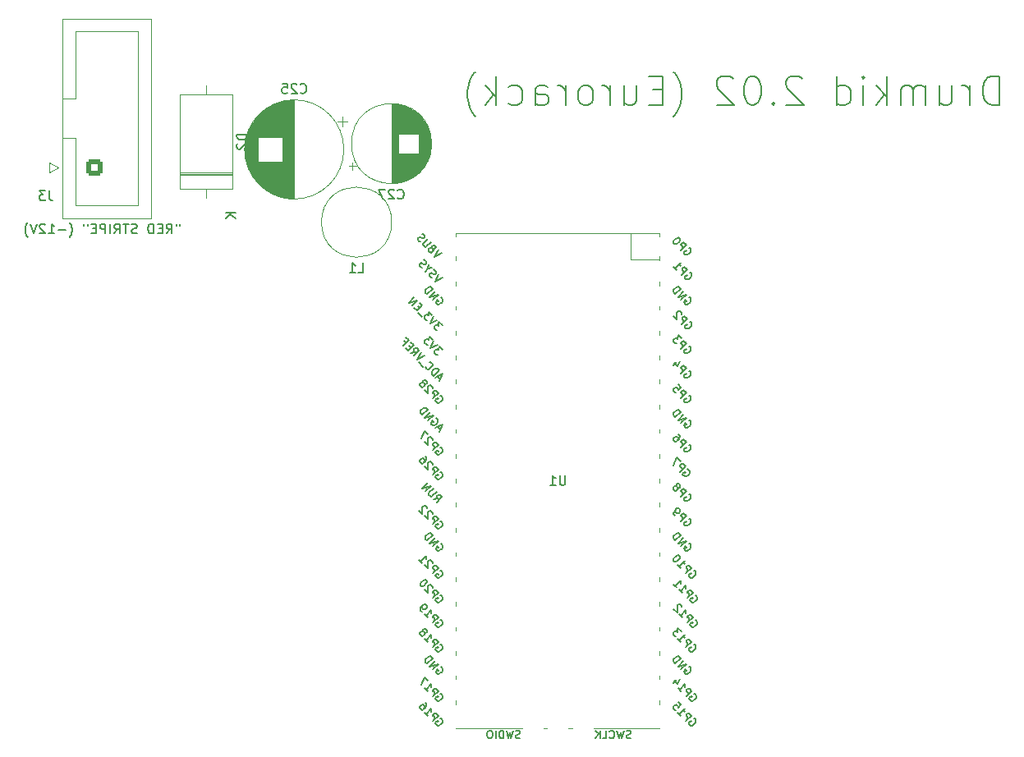
<source format=gbr>
%TF.GenerationSoftware,KiCad,Pcbnew,7.0.2*%
%TF.CreationDate,2023-08-30T16:49:00+01:00*%
%TF.ProjectId,dk2_02_bottom,646b325f-3032-45f6-926f-74746f6d2e6b,rev?*%
%TF.SameCoordinates,Original*%
%TF.FileFunction,Legend,Bot*%
%TF.FilePolarity,Positive*%
%FSLAX46Y46*%
G04 Gerber Fmt 4.6, Leading zero omitted, Abs format (unit mm)*
G04 Created by KiCad (PCBNEW 7.0.2) date 2023-08-30 16:49:00*
%MOMM*%
%LPD*%
G01*
G04 APERTURE LIST*
G04 Aperture macros list*
%AMRoundRect*
0 Rectangle with rounded corners*
0 $1 Rounding radius*
0 $2 $3 $4 $5 $6 $7 $8 $9 X,Y pos of 4 corners*
0 Add a 4 corners polygon primitive as box body*
4,1,4,$2,$3,$4,$5,$6,$7,$8,$9,$2,$3,0*
0 Add four circle primitives for the rounded corners*
1,1,$1+$1,$2,$3*
1,1,$1+$1,$4,$5*
1,1,$1+$1,$6,$7*
1,1,$1+$1,$8,$9*
0 Add four rect primitives between the rounded corners*
20,1,$1+$1,$2,$3,$4,$5,0*
20,1,$1+$1,$4,$5,$6,$7,0*
20,1,$1+$1,$6,$7,$8,$9,0*
20,1,$1+$1,$8,$9,$2,$3,0*%
G04 Aperture macros list end*
%ADD10C,0.150000*%
%ADD11C,0.120000*%
%ADD12C,3.200000*%
%ADD13R,1.700000X1.700000*%
%ADD14O,1.700000X1.700000*%
%ADD15RoundRect,0.250000X-0.600000X-0.600000X0.600000X-0.600000X0.600000X0.600000X-0.600000X0.600000X0*%
%ADD16C,1.700000*%
%ADD17C,2.600000*%
%ADD18R,1.600000X1.600000*%
%ADD19C,1.600000*%
%ADD20R,2.000000X2.000000*%
%ADD21C,2.000000*%
%ADD22R,3.200000X3.200000*%
%ADD23O,3.200000X3.200000*%
%ADD24O,1.800000X1.800000*%
%ADD25O,1.500000X1.500000*%
%ADD26R,3.500000X1.700000*%
%ADD27R,1.700000X3.500000*%
G04 APERTURE END LIST*
D10*
X103809523Y-72877619D02*
X103809523Y-73068095D01*
X103428571Y-72877619D02*
X103428571Y-73068095D01*
X102428571Y-73877619D02*
X102761904Y-73401428D01*
X102999999Y-73877619D02*
X102999999Y-72877619D01*
X102999999Y-72877619D02*
X102619047Y-72877619D01*
X102619047Y-72877619D02*
X102523809Y-72925238D01*
X102523809Y-72925238D02*
X102476190Y-72972857D01*
X102476190Y-72972857D02*
X102428571Y-73068095D01*
X102428571Y-73068095D02*
X102428571Y-73210952D01*
X102428571Y-73210952D02*
X102476190Y-73306190D01*
X102476190Y-73306190D02*
X102523809Y-73353809D01*
X102523809Y-73353809D02*
X102619047Y-73401428D01*
X102619047Y-73401428D02*
X102999999Y-73401428D01*
X101999999Y-73353809D02*
X101666666Y-73353809D01*
X101523809Y-73877619D02*
X101999999Y-73877619D01*
X101999999Y-73877619D02*
X101999999Y-72877619D01*
X101999999Y-72877619D02*
X101523809Y-72877619D01*
X101095237Y-73877619D02*
X101095237Y-72877619D01*
X101095237Y-72877619D02*
X100857142Y-72877619D01*
X100857142Y-72877619D02*
X100714285Y-72925238D01*
X100714285Y-72925238D02*
X100619047Y-73020476D01*
X100619047Y-73020476D02*
X100571428Y-73115714D01*
X100571428Y-73115714D02*
X100523809Y-73306190D01*
X100523809Y-73306190D02*
X100523809Y-73449047D01*
X100523809Y-73449047D02*
X100571428Y-73639523D01*
X100571428Y-73639523D02*
X100619047Y-73734761D01*
X100619047Y-73734761D02*
X100714285Y-73830000D01*
X100714285Y-73830000D02*
X100857142Y-73877619D01*
X100857142Y-73877619D02*
X101095237Y-73877619D01*
X99380951Y-73830000D02*
X99238094Y-73877619D01*
X99238094Y-73877619D02*
X98999999Y-73877619D01*
X98999999Y-73877619D02*
X98904761Y-73830000D01*
X98904761Y-73830000D02*
X98857142Y-73782380D01*
X98857142Y-73782380D02*
X98809523Y-73687142D01*
X98809523Y-73687142D02*
X98809523Y-73591904D01*
X98809523Y-73591904D02*
X98857142Y-73496666D01*
X98857142Y-73496666D02*
X98904761Y-73449047D01*
X98904761Y-73449047D02*
X98999999Y-73401428D01*
X98999999Y-73401428D02*
X99190475Y-73353809D01*
X99190475Y-73353809D02*
X99285713Y-73306190D01*
X99285713Y-73306190D02*
X99333332Y-73258571D01*
X99333332Y-73258571D02*
X99380951Y-73163333D01*
X99380951Y-73163333D02*
X99380951Y-73068095D01*
X99380951Y-73068095D02*
X99333332Y-72972857D01*
X99333332Y-72972857D02*
X99285713Y-72925238D01*
X99285713Y-72925238D02*
X99190475Y-72877619D01*
X99190475Y-72877619D02*
X98952380Y-72877619D01*
X98952380Y-72877619D02*
X98809523Y-72925238D01*
X98523808Y-72877619D02*
X97952380Y-72877619D01*
X98238094Y-73877619D02*
X98238094Y-72877619D01*
X97047618Y-73877619D02*
X97380951Y-73401428D01*
X97619046Y-73877619D02*
X97619046Y-72877619D01*
X97619046Y-72877619D02*
X97238094Y-72877619D01*
X97238094Y-72877619D02*
X97142856Y-72925238D01*
X97142856Y-72925238D02*
X97095237Y-72972857D01*
X97095237Y-72972857D02*
X97047618Y-73068095D01*
X97047618Y-73068095D02*
X97047618Y-73210952D01*
X97047618Y-73210952D02*
X97095237Y-73306190D01*
X97095237Y-73306190D02*
X97142856Y-73353809D01*
X97142856Y-73353809D02*
X97238094Y-73401428D01*
X97238094Y-73401428D02*
X97619046Y-73401428D01*
X96619046Y-73877619D02*
X96619046Y-72877619D01*
X96142856Y-73877619D02*
X96142856Y-72877619D01*
X96142856Y-72877619D02*
X95761904Y-72877619D01*
X95761904Y-72877619D02*
X95666666Y-72925238D01*
X95666666Y-72925238D02*
X95619047Y-72972857D01*
X95619047Y-72972857D02*
X95571428Y-73068095D01*
X95571428Y-73068095D02*
X95571428Y-73210952D01*
X95571428Y-73210952D02*
X95619047Y-73306190D01*
X95619047Y-73306190D02*
X95666666Y-73353809D01*
X95666666Y-73353809D02*
X95761904Y-73401428D01*
X95761904Y-73401428D02*
X96142856Y-73401428D01*
X95142856Y-73353809D02*
X94809523Y-73353809D01*
X94666666Y-73877619D02*
X95142856Y-73877619D01*
X95142856Y-73877619D02*
X95142856Y-72877619D01*
X95142856Y-72877619D02*
X94666666Y-72877619D01*
X94285713Y-72877619D02*
X94285713Y-73068095D01*
X93904761Y-72877619D02*
X93904761Y-73068095D01*
X92428570Y-74258571D02*
X92476189Y-74210952D01*
X92476189Y-74210952D02*
X92571427Y-74068095D01*
X92571427Y-74068095D02*
X92619046Y-73972857D01*
X92619046Y-73972857D02*
X92666665Y-73830000D01*
X92666665Y-73830000D02*
X92714284Y-73591904D01*
X92714284Y-73591904D02*
X92714284Y-73401428D01*
X92714284Y-73401428D02*
X92666665Y-73163333D01*
X92666665Y-73163333D02*
X92619046Y-73020476D01*
X92619046Y-73020476D02*
X92571427Y-72925238D01*
X92571427Y-72925238D02*
X92476189Y-72782380D01*
X92476189Y-72782380D02*
X92428570Y-72734761D01*
X92047617Y-73496666D02*
X91285713Y-73496666D01*
X90285713Y-73877619D02*
X90857141Y-73877619D01*
X90571427Y-73877619D02*
X90571427Y-72877619D01*
X90571427Y-72877619D02*
X90666665Y-73020476D01*
X90666665Y-73020476D02*
X90761903Y-73115714D01*
X90761903Y-73115714D02*
X90857141Y-73163333D01*
X89904760Y-72972857D02*
X89857141Y-72925238D01*
X89857141Y-72925238D02*
X89761903Y-72877619D01*
X89761903Y-72877619D02*
X89523808Y-72877619D01*
X89523808Y-72877619D02*
X89428570Y-72925238D01*
X89428570Y-72925238D02*
X89380951Y-72972857D01*
X89380951Y-72972857D02*
X89333332Y-73068095D01*
X89333332Y-73068095D02*
X89333332Y-73163333D01*
X89333332Y-73163333D02*
X89380951Y-73306190D01*
X89380951Y-73306190D02*
X89952379Y-73877619D01*
X89952379Y-73877619D02*
X89333332Y-73877619D01*
X89047617Y-72877619D02*
X88714284Y-73877619D01*
X88714284Y-73877619D02*
X88380951Y-72877619D01*
X88142855Y-74258571D02*
X88095236Y-74210952D01*
X88095236Y-74210952D02*
X87999998Y-74068095D01*
X87999998Y-74068095D02*
X87952379Y-73972857D01*
X87952379Y-73972857D02*
X87904760Y-73830000D01*
X87904760Y-73830000D02*
X87857141Y-73591904D01*
X87857141Y-73591904D02*
X87857141Y-73401428D01*
X87857141Y-73401428D02*
X87904760Y-73163333D01*
X87904760Y-73163333D02*
X87952379Y-73020476D01*
X87952379Y-73020476D02*
X87999998Y-72925238D01*
X87999998Y-72925238D02*
X88095236Y-72782380D01*
X88095236Y-72782380D02*
X88142855Y-72734761D01*
X188285714Y-60632857D02*
X188285714Y-57632857D01*
X188285714Y-57632857D02*
X187571428Y-57632857D01*
X187571428Y-57632857D02*
X187142857Y-57775714D01*
X187142857Y-57775714D02*
X186857142Y-58061428D01*
X186857142Y-58061428D02*
X186714285Y-58347142D01*
X186714285Y-58347142D02*
X186571428Y-58918571D01*
X186571428Y-58918571D02*
X186571428Y-59347142D01*
X186571428Y-59347142D02*
X186714285Y-59918571D01*
X186714285Y-59918571D02*
X186857142Y-60204285D01*
X186857142Y-60204285D02*
X187142857Y-60490000D01*
X187142857Y-60490000D02*
X187571428Y-60632857D01*
X187571428Y-60632857D02*
X188285714Y-60632857D01*
X185285714Y-60632857D02*
X185285714Y-58632857D01*
X185285714Y-59204285D02*
X185142857Y-58918571D01*
X185142857Y-58918571D02*
X185000000Y-58775714D01*
X185000000Y-58775714D02*
X184714285Y-58632857D01*
X184714285Y-58632857D02*
X184428571Y-58632857D01*
X182142857Y-58632857D02*
X182142857Y-60632857D01*
X183428571Y-58632857D02*
X183428571Y-60204285D01*
X183428571Y-60204285D02*
X183285714Y-60490000D01*
X183285714Y-60490000D02*
X182999999Y-60632857D01*
X182999999Y-60632857D02*
X182571428Y-60632857D01*
X182571428Y-60632857D02*
X182285714Y-60490000D01*
X182285714Y-60490000D02*
X182142857Y-60347142D01*
X180714285Y-60632857D02*
X180714285Y-58632857D01*
X180714285Y-58918571D02*
X180571428Y-58775714D01*
X180571428Y-58775714D02*
X180285713Y-58632857D01*
X180285713Y-58632857D02*
X179857142Y-58632857D01*
X179857142Y-58632857D02*
X179571428Y-58775714D01*
X179571428Y-58775714D02*
X179428571Y-59061428D01*
X179428571Y-59061428D02*
X179428571Y-60632857D01*
X179428571Y-59061428D02*
X179285713Y-58775714D01*
X179285713Y-58775714D02*
X178999999Y-58632857D01*
X178999999Y-58632857D02*
X178571428Y-58632857D01*
X178571428Y-58632857D02*
X178285713Y-58775714D01*
X178285713Y-58775714D02*
X178142856Y-59061428D01*
X178142856Y-59061428D02*
X178142856Y-60632857D01*
X176714285Y-60632857D02*
X176714285Y-57632857D01*
X176428571Y-59490000D02*
X175571428Y-60632857D01*
X175571428Y-58632857D02*
X176714285Y-59775714D01*
X174285714Y-60632857D02*
X174285714Y-58632857D01*
X174285714Y-57632857D02*
X174428571Y-57775714D01*
X174428571Y-57775714D02*
X174285714Y-57918571D01*
X174285714Y-57918571D02*
X174142857Y-57775714D01*
X174142857Y-57775714D02*
X174285714Y-57632857D01*
X174285714Y-57632857D02*
X174285714Y-57918571D01*
X171571429Y-60632857D02*
X171571429Y-57632857D01*
X171571429Y-60490000D02*
X171857143Y-60632857D01*
X171857143Y-60632857D02*
X172428571Y-60632857D01*
X172428571Y-60632857D02*
X172714286Y-60490000D01*
X172714286Y-60490000D02*
X172857143Y-60347142D01*
X172857143Y-60347142D02*
X173000000Y-60061428D01*
X173000000Y-60061428D02*
X173000000Y-59204285D01*
X173000000Y-59204285D02*
X172857143Y-58918571D01*
X172857143Y-58918571D02*
X172714286Y-58775714D01*
X172714286Y-58775714D02*
X172428571Y-58632857D01*
X172428571Y-58632857D02*
X171857143Y-58632857D01*
X171857143Y-58632857D02*
X171571429Y-58775714D01*
X168000000Y-57918571D02*
X167857143Y-57775714D01*
X167857143Y-57775714D02*
X167571429Y-57632857D01*
X167571429Y-57632857D02*
X166857143Y-57632857D01*
X166857143Y-57632857D02*
X166571429Y-57775714D01*
X166571429Y-57775714D02*
X166428571Y-57918571D01*
X166428571Y-57918571D02*
X166285714Y-58204285D01*
X166285714Y-58204285D02*
X166285714Y-58490000D01*
X166285714Y-58490000D02*
X166428571Y-58918571D01*
X166428571Y-58918571D02*
X168142857Y-60632857D01*
X168142857Y-60632857D02*
X166285714Y-60632857D01*
X165000000Y-60347142D02*
X164857143Y-60490000D01*
X164857143Y-60490000D02*
X165000000Y-60632857D01*
X165000000Y-60632857D02*
X165142857Y-60490000D01*
X165142857Y-60490000D02*
X165000000Y-60347142D01*
X165000000Y-60347142D02*
X165000000Y-60632857D01*
X163000000Y-57632857D02*
X162714286Y-57632857D01*
X162714286Y-57632857D02*
X162428572Y-57775714D01*
X162428572Y-57775714D02*
X162285715Y-57918571D01*
X162285715Y-57918571D02*
X162142857Y-58204285D01*
X162142857Y-58204285D02*
X162000000Y-58775714D01*
X162000000Y-58775714D02*
X162000000Y-59490000D01*
X162000000Y-59490000D02*
X162142857Y-60061428D01*
X162142857Y-60061428D02*
X162285715Y-60347142D01*
X162285715Y-60347142D02*
X162428572Y-60490000D01*
X162428572Y-60490000D02*
X162714286Y-60632857D01*
X162714286Y-60632857D02*
X163000000Y-60632857D01*
X163000000Y-60632857D02*
X163285715Y-60490000D01*
X163285715Y-60490000D02*
X163428572Y-60347142D01*
X163428572Y-60347142D02*
X163571429Y-60061428D01*
X163571429Y-60061428D02*
X163714286Y-59490000D01*
X163714286Y-59490000D02*
X163714286Y-58775714D01*
X163714286Y-58775714D02*
X163571429Y-58204285D01*
X163571429Y-58204285D02*
X163428572Y-57918571D01*
X163428572Y-57918571D02*
X163285715Y-57775714D01*
X163285715Y-57775714D02*
X163000000Y-57632857D01*
X160857143Y-57918571D02*
X160714286Y-57775714D01*
X160714286Y-57775714D02*
X160428572Y-57632857D01*
X160428572Y-57632857D02*
X159714286Y-57632857D01*
X159714286Y-57632857D02*
X159428572Y-57775714D01*
X159428572Y-57775714D02*
X159285714Y-57918571D01*
X159285714Y-57918571D02*
X159142857Y-58204285D01*
X159142857Y-58204285D02*
X159142857Y-58490000D01*
X159142857Y-58490000D02*
X159285714Y-58918571D01*
X159285714Y-58918571D02*
X161000000Y-60632857D01*
X161000000Y-60632857D02*
X159142857Y-60632857D01*
X154714286Y-61775714D02*
X154857143Y-61632857D01*
X154857143Y-61632857D02*
X155142857Y-61204285D01*
X155142857Y-61204285D02*
X155285715Y-60918571D01*
X155285715Y-60918571D02*
X155428572Y-60490000D01*
X155428572Y-60490000D02*
X155571429Y-59775714D01*
X155571429Y-59775714D02*
X155571429Y-59204285D01*
X155571429Y-59204285D02*
X155428572Y-58490000D01*
X155428572Y-58490000D02*
X155285715Y-58061428D01*
X155285715Y-58061428D02*
X155142857Y-57775714D01*
X155142857Y-57775714D02*
X154857143Y-57347142D01*
X154857143Y-57347142D02*
X154714286Y-57204285D01*
X153571429Y-59061428D02*
X152571429Y-59061428D01*
X152142857Y-60632857D02*
X153571429Y-60632857D01*
X153571429Y-60632857D02*
X153571429Y-57632857D01*
X153571429Y-57632857D02*
X152142857Y-57632857D01*
X149571429Y-58632857D02*
X149571429Y-60632857D01*
X150857143Y-58632857D02*
X150857143Y-60204285D01*
X150857143Y-60204285D02*
X150714286Y-60490000D01*
X150714286Y-60490000D02*
X150428571Y-60632857D01*
X150428571Y-60632857D02*
X150000000Y-60632857D01*
X150000000Y-60632857D02*
X149714286Y-60490000D01*
X149714286Y-60490000D02*
X149571429Y-60347142D01*
X148142857Y-60632857D02*
X148142857Y-58632857D01*
X148142857Y-59204285D02*
X148000000Y-58918571D01*
X148000000Y-58918571D02*
X147857143Y-58775714D01*
X147857143Y-58775714D02*
X147571428Y-58632857D01*
X147571428Y-58632857D02*
X147285714Y-58632857D01*
X145857142Y-60632857D02*
X146142857Y-60490000D01*
X146142857Y-60490000D02*
X146285714Y-60347142D01*
X146285714Y-60347142D02*
X146428571Y-60061428D01*
X146428571Y-60061428D02*
X146428571Y-59204285D01*
X146428571Y-59204285D02*
X146285714Y-58918571D01*
X146285714Y-58918571D02*
X146142857Y-58775714D01*
X146142857Y-58775714D02*
X145857142Y-58632857D01*
X145857142Y-58632857D02*
X145428571Y-58632857D01*
X145428571Y-58632857D02*
X145142857Y-58775714D01*
X145142857Y-58775714D02*
X145000000Y-58918571D01*
X145000000Y-58918571D02*
X144857142Y-59204285D01*
X144857142Y-59204285D02*
X144857142Y-60061428D01*
X144857142Y-60061428D02*
X145000000Y-60347142D01*
X145000000Y-60347142D02*
X145142857Y-60490000D01*
X145142857Y-60490000D02*
X145428571Y-60632857D01*
X145428571Y-60632857D02*
X145857142Y-60632857D01*
X143571428Y-60632857D02*
X143571428Y-58632857D01*
X143571428Y-59204285D02*
X143428571Y-58918571D01*
X143428571Y-58918571D02*
X143285714Y-58775714D01*
X143285714Y-58775714D02*
X142999999Y-58632857D01*
X142999999Y-58632857D02*
X142714285Y-58632857D01*
X140428571Y-60632857D02*
X140428571Y-59061428D01*
X140428571Y-59061428D02*
X140571428Y-58775714D01*
X140571428Y-58775714D02*
X140857142Y-58632857D01*
X140857142Y-58632857D02*
X141428571Y-58632857D01*
X141428571Y-58632857D02*
X141714285Y-58775714D01*
X140428571Y-60490000D02*
X140714285Y-60632857D01*
X140714285Y-60632857D02*
X141428571Y-60632857D01*
X141428571Y-60632857D02*
X141714285Y-60490000D01*
X141714285Y-60490000D02*
X141857142Y-60204285D01*
X141857142Y-60204285D02*
X141857142Y-59918571D01*
X141857142Y-59918571D02*
X141714285Y-59632857D01*
X141714285Y-59632857D02*
X141428571Y-59490000D01*
X141428571Y-59490000D02*
X140714285Y-59490000D01*
X140714285Y-59490000D02*
X140428571Y-59347142D01*
X137714285Y-60490000D02*
X137999999Y-60632857D01*
X137999999Y-60632857D02*
X138571427Y-60632857D01*
X138571427Y-60632857D02*
X138857142Y-60490000D01*
X138857142Y-60490000D02*
X138999999Y-60347142D01*
X138999999Y-60347142D02*
X139142856Y-60061428D01*
X139142856Y-60061428D02*
X139142856Y-59204285D01*
X139142856Y-59204285D02*
X138999999Y-58918571D01*
X138999999Y-58918571D02*
X138857142Y-58775714D01*
X138857142Y-58775714D02*
X138571427Y-58632857D01*
X138571427Y-58632857D02*
X137999999Y-58632857D01*
X137999999Y-58632857D02*
X137714285Y-58775714D01*
X136428570Y-60632857D02*
X136428570Y-57632857D01*
X136142856Y-59490000D02*
X135285713Y-60632857D01*
X135285713Y-58632857D02*
X136428570Y-59775714D01*
X134285713Y-61775714D02*
X134142856Y-61632857D01*
X134142856Y-61632857D02*
X133857142Y-61204285D01*
X133857142Y-61204285D02*
X133714285Y-60918571D01*
X133714285Y-60918571D02*
X133571427Y-60490000D01*
X133571427Y-60490000D02*
X133428570Y-59775714D01*
X133428570Y-59775714D02*
X133428570Y-59204285D01*
X133428570Y-59204285D02*
X133571427Y-58490000D01*
X133571427Y-58490000D02*
X133714285Y-58061428D01*
X133714285Y-58061428D02*
X133857142Y-57775714D01*
X133857142Y-57775714D02*
X134142856Y-57347142D01*
X134142856Y-57347142D02*
X134285713Y-57204285D01*
%TO.C,J3*%
X90333333Y-69462619D02*
X90333333Y-70176904D01*
X90333333Y-70176904D02*
X90380952Y-70319761D01*
X90380952Y-70319761D02*
X90476190Y-70415000D01*
X90476190Y-70415000D02*
X90619047Y-70462619D01*
X90619047Y-70462619D02*
X90714285Y-70462619D01*
X89952380Y-69462619D02*
X89333333Y-69462619D01*
X89333333Y-69462619D02*
X89666666Y-69843571D01*
X89666666Y-69843571D02*
X89523809Y-69843571D01*
X89523809Y-69843571D02*
X89428571Y-69891190D01*
X89428571Y-69891190D02*
X89380952Y-69938809D01*
X89380952Y-69938809D02*
X89333333Y-70034047D01*
X89333333Y-70034047D02*
X89333333Y-70272142D01*
X89333333Y-70272142D02*
X89380952Y-70367380D01*
X89380952Y-70367380D02*
X89428571Y-70415000D01*
X89428571Y-70415000D02*
X89523809Y-70462619D01*
X89523809Y-70462619D02*
X89809523Y-70462619D01*
X89809523Y-70462619D02*
X89904761Y-70415000D01*
X89904761Y-70415000D02*
X89952380Y-70367380D01*
%TO.C,L1*%
X122198989Y-77912619D02*
X122675179Y-77912619D01*
X122675179Y-77912619D02*
X122675179Y-76912619D01*
X121341846Y-77912619D02*
X121913274Y-77912619D01*
X121627560Y-77912619D02*
X121627560Y-76912619D01*
X121627560Y-76912619D02*
X121722798Y-77055476D01*
X121722798Y-77055476D02*
X121818036Y-77150714D01*
X121818036Y-77150714D02*
X121913274Y-77198333D01*
%TO.C,C27*%
X126272529Y-70217380D02*
X126320148Y-70265000D01*
X126320148Y-70265000D02*
X126463005Y-70312619D01*
X126463005Y-70312619D02*
X126558243Y-70312619D01*
X126558243Y-70312619D02*
X126701100Y-70265000D01*
X126701100Y-70265000D02*
X126796338Y-70169761D01*
X126796338Y-70169761D02*
X126843957Y-70074523D01*
X126843957Y-70074523D02*
X126891576Y-69884047D01*
X126891576Y-69884047D02*
X126891576Y-69741190D01*
X126891576Y-69741190D02*
X126843957Y-69550714D01*
X126843957Y-69550714D02*
X126796338Y-69455476D01*
X126796338Y-69455476D02*
X126701100Y-69360238D01*
X126701100Y-69360238D02*
X126558243Y-69312619D01*
X126558243Y-69312619D02*
X126463005Y-69312619D01*
X126463005Y-69312619D02*
X126320148Y-69360238D01*
X126320148Y-69360238D02*
X126272529Y-69407857D01*
X125891576Y-69407857D02*
X125843957Y-69360238D01*
X125843957Y-69360238D02*
X125748719Y-69312619D01*
X125748719Y-69312619D02*
X125510624Y-69312619D01*
X125510624Y-69312619D02*
X125415386Y-69360238D01*
X125415386Y-69360238D02*
X125367767Y-69407857D01*
X125367767Y-69407857D02*
X125320148Y-69503095D01*
X125320148Y-69503095D02*
X125320148Y-69598333D01*
X125320148Y-69598333D02*
X125367767Y-69741190D01*
X125367767Y-69741190D02*
X125939195Y-70312619D01*
X125939195Y-70312619D02*
X125320148Y-70312619D01*
X124986814Y-69312619D02*
X124320148Y-69312619D01*
X124320148Y-69312619D02*
X124748719Y-70312619D01*
%TO.C,C25*%
X116242857Y-59317380D02*
X116290476Y-59365000D01*
X116290476Y-59365000D02*
X116433333Y-59412619D01*
X116433333Y-59412619D02*
X116528571Y-59412619D01*
X116528571Y-59412619D02*
X116671428Y-59365000D01*
X116671428Y-59365000D02*
X116766666Y-59269761D01*
X116766666Y-59269761D02*
X116814285Y-59174523D01*
X116814285Y-59174523D02*
X116861904Y-58984047D01*
X116861904Y-58984047D02*
X116861904Y-58841190D01*
X116861904Y-58841190D02*
X116814285Y-58650714D01*
X116814285Y-58650714D02*
X116766666Y-58555476D01*
X116766666Y-58555476D02*
X116671428Y-58460238D01*
X116671428Y-58460238D02*
X116528571Y-58412619D01*
X116528571Y-58412619D02*
X116433333Y-58412619D01*
X116433333Y-58412619D02*
X116290476Y-58460238D01*
X116290476Y-58460238D02*
X116242857Y-58507857D01*
X115861904Y-58507857D02*
X115814285Y-58460238D01*
X115814285Y-58460238D02*
X115719047Y-58412619D01*
X115719047Y-58412619D02*
X115480952Y-58412619D01*
X115480952Y-58412619D02*
X115385714Y-58460238D01*
X115385714Y-58460238D02*
X115338095Y-58507857D01*
X115338095Y-58507857D02*
X115290476Y-58603095D01*
X115290476Y-58603095D02*
X115290476Y-58698333D01*
X115290476Y-58698333D02*
X115338095Y-58841190D01*
X115338095Y-58841190D02*
X115909523Y-59412619D01*
X115909523Y-59412619D02*
X115290476Y-59412619D01*
X114385714Y-58412619D02*
X114861904Y-58412619D01*
X114861904Y-58412619D02*
X114909523Y-58888809D01*
X114909523Y-58888809D02*
X114861904Y-58841190D01*
X114861904Y-58841190D02*
X114766666Y-58793571D01*
X114766666Y-58793571D02*
X114528571Y-58793571D01*
X114528571Y-58793571D02*
X114433333Y-58841190D01*
X114433333Y-58841190D02*
X114385714Y-58888809D01*
X114385714Y-58888809D02*
X114338095Y-58984047D01*
X114338095Y-58984047D02*
X114338095Y-59222142D01*
X114338095Y-59222142D02*
X114385714Y-59317380D01*
X114385714Y-59317380D02*
X114433333Y-59365000D01*
X114433333Y-59365000D02*
X114528571Y-59412619D01*
X114528571Y-59412619D02*
X114766666Y-59412619D01*
X114766666Y-59412619D02*
X114861904Y-59365000D01*
X114861904Y-59365000D02*
X114909523Y-59317380D01*
%TO.C,D2*%
X110682619Y-63641905D02*
X109682619Y-63641905D01*
X109682619Y-63641905D02*
X109682619Y-63880000D01*
X109682619Y-63880000D02*
X109730238Y-64022857D01*
X109730238Y-64022857D02*
X109825476Y-64118095D01*
X109825476Y-64118095D02*
X109920714Y-64165714D01*
X109920714Y-64165714D02*
X110111190Y-64213333D01*
X110111190Y-64213333D02*
X110254047Y-64213333D01*
X110254047Y-64213333D02*
X110444523Y-64165714D01*
X110444523Y-64165714D02*
X110539761Y-64118095D01*
X110539761Y-64118095D02*
X110635000Y-64022857D01*
X110635000Y-64022857D02*
X110682619Y-63880000D01*
X110682619Y-63880000D02*
X110682619Y-63641905D01*
X109777857Y-64594286D02*
X109730238Y-64641905D01*
X109730238Y-64641905D02*
X109682619Y-64737143D01*
X109682619Y-64737143D02*
X109682619Y-64975238D01*
X109682619Y-64975238D02*
X109730238Y-65070476D01*
X109730238Y-65070476D02*
X109777857Y-65118095D01*
X109777857Y-65118095D02*
X109873095Y-65165714D01*
X109873095Y-65165714D02*
X109968333Y-65165714D01*
X109968333Y-65165714D02*
X110111190Y-65118095D01*
X110111190Y-65118095D02*
X110682619Y-64546667D01*
X110682619Y-64546667D02*
X110682619Y-65165714D01*
X109562619Y-71738095D02*
X108562619Y-71738095D01*
X109562619Y-72309523D02*
X108991190Y-71880952D01*
X108562619Y-72309523D02*
X109134047Y-71738095D01*
%TO.C,U1*%
X143551904Y-98812619D02*
X143551904Y-99622142D01*
X143551904Y-99622142D02*
X143504285Y-99717380D01*
X143504285Y-99717380D02*
X143456666Y-99765000D01*
X143456666Y-99765000D02*
X143361428Y-99812619D01*
X143361428Y-99812619D02*
X143170952Y-99812619D01*
X143170952Y-99812619D02*
X143075714Y-99765000D01*
X143075714Y-99765000D02*
X143028095Y-99717380D01*
X143028095Y-99717380D02*
X142980476Y-99622142D01*
X142980476Y-99622142D02*
X142980476Y-98812619D01*
X141980476Y-99812619D02*
X142551904Y-99812619D01*
X142266190Y-99812619D02*
X142266190Y-98812619D01*
X142266190Y-98812619D02*
X142361428Y-98955476D01*
X142361428Y-98955476D02*
X142456666Y-99050714D01*
X142456666Y-99050714D02*
X142551904Y-99098333D01*
X156271111Y-90587009D02*
X156351924Y-90613946D01*
X156351924Y-90613946D02*
X156432736Y-90694759D01*
X156432736Y-90694759D02*
X156486611Y-90802508D01*
X156486611Y-90802508D02*
X156486611Y-90910258D01*
X156486611Y-90910258D02*
X156459673Y-90991070D01*
X156459673Y-90991070D02*
X156378861Y-91125757D01*
X156378861Y-91125757D02*
X156298049Y-91206569D01*
X156298049Y-91206569D02*
X156163362Y-91287382D01*
X156163362Y-91287382D02*
X156082550Y-91314319D01*
X156082550Y-91314319D02*
X155974800Y-91314319D01*
X155974800Y-91314319D02*
X155867050Y-91260444D01*
X155867050Y-91260444D02*
X155813176Y-91206569D01*
X155813176Y-91206569D02*
X155759301Y-91098820D01*
X155759301Y-91098820D02*
X155759301Y-91044945D01*
X155759301Y-91044945D02*
X155947863Y-90856383D01*
X155947863Y-90856383D02*
X156055612Y-90964133D01*
X155462989Y-90856383D02*
X156028675Y-90290698D01*
X156028675Y-90290698D02*
X155813176Y-90075198D01*
X155813176Y-90075198D02*
X155732363Y-90048261D01*
X155732363Y-90048261D02*
X155678489Y-90048261D01*
X155678489Y-90048261D02*
X155597676Y-90075198D01*
X155597676Y-90075198D02*
X155516864Y-90156011D01*
X155516864Y-90156011D02*
X155489927Y-90236823D01*
X155489927Y-90236823D02*
X155489927Y-90290698D01*
X155489927Y-90290698D02*
X155516864Y-90371510D01*
X155516864Y-90371510D02*
X155732363Y-90587009D01*
X155193615Y-89455638D02*
X155462989Y-89725012D01*
X155462989Y-89725012D02*
X155220553Y-90021324D01*
X155220553Y-90021324D02*
X155220553Y-89967449D01*
X155220553Y-89967449D02*
X155193615Y-89886637D01*
X155193615Y-89886637D02*
X155058928Y-89751950D01*
X155058928Y-89751950D02*
X154978116Y-89725012D01*
X154978116Y-89725012D02*
X154924241Y-89725012D01*
X154924241Y-89725012D02*
X154843429Y-89751950D01*
X154843429Y-89751950D02*
X154708742Y-89886637D01*
X154708742Y-89886637D02*
X154681805Y-89967449D01*
X154681805Y-89967449D02*
X154681805Y-90021324D01*
X154681805Y-90021324D02*
X154708742Y-90102136D01*
X154708742Y-90102136D02*
X154843429Y-90236823D01*
X154843429Y-90236823D02*
X154924241Y-90263760D01*
X154924241Y-90263760D02*
X154978116Y-90263760D01*
X130686486Y-90602384D02*
X130767298Y-90629321D01*
X130767298Y-90629321D02*
X130848110Y-90710133D01*
X130848110Y-90710133D02*
X130901985Y-90817883D01*
X130901985Y-90817883D02*
X130901985Y-90925632D01*
X130901985Y-90925632D02*
X130875048Y-91006445D01*
X130875048Y-91006445D02*
X130794235Y-91141132D01*
X130794235Y-91141132D02*
X130713423Y-91221944D01*
X130713423Y-91221944D02*
X130578736Y-91302756D01*
X130578736Y-91302756D02*
X130497924Y-91329693D01*
X130497924Y-91329693D02*
X130390174Y-91329693D01*
X130390174Y-91329693D02*
X130282425Y-91275819D01*
X130282425Y-91275819D02*
X130228550Y-91221944D01*
X130228550Y-91221944D02*
X130174675Y-91114194D01*
X130174675Y-91114194D02*
X130174675Y-91060319D01*
X130174675Y-91060319D02*
X130363237Y-90871758D01*
X130363237Y-90871758D02*
X130470987Y-90979507D01*
X129878364Y-90871758D02*
X130444049Y-90306072D01*
X130444049Y-90306072D02*
X130228550Y-90090573D01*
X130228550Y-90090573D02*
X130147738Y-90063636D01*
X130147738Y-90063636D02*
X130093863Y-90063636D01*
X130093863Y-90063636D02*
X130013051Y-90090573D01*
X130013051Y-90090573D02*
X129932239Y-90171385D01*
X129932239Y-90171385D02*
X129905301Y-90252197D01*
X129905301Y-90252197D02*
X129905301Y-90306072D01*
X129905301Y-90306072D02*
X129932239Y-90386884D01*
X129932239Y-90386884D02*
X130147738Y-90602384D01*
X129851426Y-89821199D02*
X129851426Y-89767324D01*
X129851426Y-89767324D02*
X129824489Y-89686512D01*
X129824489Y-89686512D02*
X129689802Y-89551825D01*
X129689802Y-89551825D02*
X129608990Y-89524887D01*
X129608990Y-89524887D02*
X129555115Y-89524887D01*
X129555115Y-89524887D02*
X129474303Y-89551825D01*
X129474303Y-89551825D02*
X129420428Y-89605700D01*
X129420428Y-89605700D02*
X129366553Y-89713449D01*
X129366553Y-89713449D02*
X129366553Y-90359947D01*
X129366553Y-90359947D02*
X129016367Y-90009761D01*
X129016367Y-89363263D02*
X129097179Y-89390200D01*
X129097179Y-89390200D02*
X129151054Y-89390200D01*
X129151054Y-89390200D02*
X129231866Y-89363263D01*
X129231866Y-89363263D02*
X129258803Y-89336326D01*
X129258803Y-89336326D02*
X129285741Y-89255513D01*
X129285741Y-89255513D02*
X129285741Y-89201638D01*
X129285741Y-89201638D02*
X129258803Y-89120826D01*
X129258803Y-89120826D02*
X129151054Y-89013077D01*
X129151054Y-89013077D02*
X129070242Y-88986139D01*
X129070242Y-88986139D02*
X129016367Y-88986139D01*
X129016367Y-88986139D02*
X128935555Y-89013077D01*
X128935555Y-89013077D02*
X128908617Y-89040014D01*
X128908617Y-89040014D02*
X128881680Y-89120826D01*
X128881680Y-89120826D02*
X128881680Y-89174701D01*
X128881680Y-89174701D02*
X128908617Y-89255513D01*
X128908617Y-89255513D02*
X129016367Y-89363263D01*
X129016367Y-89363263D02*
X129043304Y-89444075D01*
X129043304Y-89444075D02*
X129043304Y-89497950D01*
X129043304Y-89497950D02*
X129016367Y-89578762D01*
X129016367Y-89578762D02*
X128908617Y-89686512D01*
X128908617Y-89686512D02*
X128827805Y-89713449D01*
X128827805Y-89713449D02*
X128773930Y-89713449D01*
X128773930Y-89713449D02*
X128693118Y-89686512D01*
X128693118Y-89686512D02*
X128585368Y-89578762D01*
X128585368Y-89578762D02*
X128558431Y-89497950D01*
X128558431Y-89497950D02*
X128558431Y-89444075D01*
X128558431Y-89444075D02*
X128585368Y-89363263D01*
X128585368Y-89363263D02*
X128693118Y-89255513D01*
X128693118Y-89255513D02*
X128773930Y-89228576D01*
X128773930Y-89228576D02*
X128827805Y-89228576D01*
X128827805Y-89228576D02*
X128908617Y-89255513D01*
X130686486Y-121336384D02*
X130767298Y-121363321D01*
X130767298Y-121363321D02*
X130848110Y-121444133D01*
X130848110Y-121444133D02*
X130901985Y-121551883D01*
X130901985Y-121551883D02*
X130901985Y-121659632D01*
X130901985Y-121659632D02*
X130875048Y-121740445D01*
X130875048Y-121740445D02*
X130794235Y-121875132D01*
X130794235Y-121875132D02*
X130713423Y-121955944D01*
X130713423Y-121955944D02*
X130578736Y-122036756D01*
X130578736Y-122036756D02*
X130497924Y-122063693D01*
X130497924Y-122063693D02*
X130390174Y-122063693D01*
X130390174Y-122063693D02*
X130282425Y-122009819D01*
X130282425Y-122009819D02*
X130228550Y-121955944D01*
X130228550Y-121955944D02*
X130174675Y-121848194D01*
X130174675Y-121848194D02*
X130174675Y-121794319D01*
X130174675Y-121794319D02*
X130363237Y-121605758D01*
X130363237Y-121605758D02*
X130470987Y-121713507D01*
X129878364Y-121605758D02*
X130444049Y-121040072D01*
X130444049Y-121040072D02*
X130228550Y-120824573D01*
X130228550Y-120824573D02*
X130147738Y-120797636D01*
X130147738Y-120797636D02*
X130093863Y-120797636D01*
X130093863Y-120797636D02*
X130013051Y-120824573D01*
X130013051Y-120824573D02*
X129932239Y-120905385D01*
X129932239Y-120905385D02*
X129905301Y-120986197D01*
X129905301Y-120986197D02*
X129905301Y-121040072D01*
X129905301Y-121040072D02*
X129932239Y-121120884D01*
X129932239Y-121120884D02*
X130147738Y-121336384D01*
X129016367Y-120743761D02*
X129339616Y-121067010D01*
X129177991Y-120905385D02*
X129743677Y-120339700D01*
X129743677Y-120339700D02*
X129716739Y-120474387D01*
X129716739Y-120474387D02*
X129716739Y-120582136D01*
X129716739Y-120582136D02*
X129743677Y-120662948D01*
X129393490Y-119989513D02*
X129016367Y-119612390D01*
X129016367Y-119612390D02*
X128693118Y-120420512D01*
X130686486Y-123876384D02*
X130767298Y-123903321D01*
X130767298Y-123903321D02*
X130848110Y-123984133D01*
X130848110Y-123984133D02*
X130901985Y-124091883D01*
X130901985Y-124091883D02*
X130901985Y-124199632D01*
X130901985Y-124199632D02*
X130875048Y-124280445D01*
X130875048Y-124280445D02*
X130794235Y-124415132D01*
X130794235Y-124415132D02*
X130713423Y-124495944D01*
X130713423Y-124495944D02*
X130578736Y-124576756D01*
X130578736Y-124576756D02*
X130497924Y-124603693D01*
X130497924Y-124603693D02*
X130390174Y-124603693D01*
X130390174Y-124603693D02*
X130282425Y-124549819D01*
X130282425Y-124549819D02*
X130228550Y-124495944D01*
X130228550Y-124495944D02*
X130174675Y-124388194D01*
X130174675Y-124388194D02*
X130174675Y-124334319D01*
X130174675Y-124334319D02*
X130363237Y-124145758D01*
X130363237Y-124145758D02*
X130470987Y-124253507D01*
X129878364Y-124145758D02*
X130444049Y-123580072D01*
X130444049Y-123580072D02*
X130228550Y-123364573D01*
X130228550Y-123364573D02*
X130147738Y-123337636D01*
X130147738Y-123337636D02*
X130093863Y-123337636D01*
X130093863Y-123337636D02*
X130013051Y-123364573D01*
X130013051Y-123364573D02*
X129932239Y-123445385D01*
X129932239Y-123445385D02*
X129905301Y-123526197D01*
X129905301Y-123526197D02*
X129905301Y-123580072D01*
X129905301Y-123580072D02*
X129932239Y-123660884D01*
X129932239Y-123660884D02*
X130147738Y-123876384D01*
X129016367Y-123283761D02*
X129339616Y-123607010D01*
X129177991Y-123445385D02*
X129743677Y-122879700D01*
X129743677Y-122879700D02*
X129716739Y-123014387D01*
X129716739Y-123014387D02*
X129716739Y-123122136D01*
X129716739Y-123122136D02*
X129743677Y-123202948D01*
X129097179Y-122233202D02*
X129204929Y-122340951D01*
X129204929Y-122340951D02*
X129231866Y-122421764D01*
X129231866Y-122421764D02*
X129231866Y-122475638D01*
X129231866Y-122475638D02*
X129204929Y-122610326D01*
X129204929Y-122610326D02*
X129124116Y-122745013D01*
X129124116Y-122745013D02*
X128908617Y-122960512D01*
X128908617Y-122960512D02*
X128827805Y-122987449D01*
X128827805Y-122987449D02*
X128773930Y-122987449D01*
X128773930Y-122987449D02*
X128693118Y-122960512D01*
X128693118Y-122960512D02*
X128585368Y-122852762D01*
X128585368Y-122852762D02*
X128558431Y-122771950D01*
X128558431Y-122771950D02*
X128558431Y-122718075D01*
X128558431Y-122718075D02*
X128585368Y-122637263D01*
X128585368Y-122637263D02*
X128720055Y-122502576D01*
X128720055Y-122502576D02*
X128800868Y-122475638D01*
X128800868Y-122475638D02*
X128854742Y-122475638D01*
X128854742Y-122475638D02*
X128935555Y-122502576D01*
X128935555Y-122502576D02*
X129043304Y-122610326D01*
X129043304Y-122610326D02*
X129070242Y-122691138D01*
X129070242Y-122691138D02*
X129070242Y-122745013D01*
X129070242Y-122745013D02*
X129043304Y-122825825D01*
X156298049Y-118553946D02*
X156378861Y-118580884D01*
X156378861Y-118580884D02*
X156459673Y-118661696D01*
X156459673Y-118661696D02*
X156513548Y-118769446D01*
X156513548Y-118769446D02*
X156513548Y-118877195D01*
X156513548Y-118877195D02*
X156486610Y-118958007D01*
X156486610Y-118958007D02*
X156405798Y-119092694D01*
X156405798Y-119092694D02*
X156324986Y-119173507D01*
X156324986Y-119173507D02*
X156190299Y-119254319D01*
X156190299Y-119254319D02*
X156109487Y-119281256D01*
X156109487Y-119281256D02*
X156001737Y-119281256D01*
X156001737Y-119281256D02*
X155893988Y-119227381D01*
X155893988Y-119227381D02*
X155840113Y-119173507D01*
X155840113Y-119173507D02*
X155786238Y-119065757D01*
X155786238Y-119065757D02*
X155786238Y-119011882D01*
X155786238Y-119011882D02*
X155974800Y-118823320D01*
X155974800Y-118823320D02*
X156082549Y-118931070D01*
X155489927Y-118823320D02*
X156055612Y-118257635D01*
X156055612Y-118257635D02*
X155166678Y-118500072D01*
X155166678Y-118500072D02*
X155732363Y-117934386D01*
X154897304Y-118230698D02*
X155462989Y-117665012D01*
X155462989Y-117665012D02*
X155328302Y-117530325D01*
X155328302Y-117530325D02*
X155220553Y-117476450D01*
X155220553Y-117476450D02*
X155112803Y-117476450D01*
X155112803Y-117476450D02*
X155031991Y-117503388D01*
X155031991Y-117503388D02*
X154897304Y-117584200D01*
X154897304Y-117584200D02*
X154816492Y-117665012D01*
X154816492Y-117665012D02*
X154735680Y-117799699D01*
X154735680Y-117799699D02*
X154708742Y-117880511D01*
X154708742Y-117880511D02*
X154708742Y-117988261D01*
X154708742Y-117988261D02*
X154762617Y-118096011D01*
X154762617Y-118096011D02*
X154897304Y-118230698D01*
X156271111Y-88047009D02*
X156351924Y-88073946D01*
X156351924Y-88073946D02*
X156432736Y-88154759D01*
X156432736Y-88154759D02*
X156486611Y-88262508D01*
X156486611Y-88262508D02*
X156486611Y-88370258D01*
X156486611Y-88370258D02*
X156459673Y-88451070D01*
X156459673Y-88451070D02*
X156378861Y-88585757D01*
X156378861Y-88585757D02*
X156298049Y-88666569D01*
X156298049Y-88666569D02*
X156163362Y-88747382D01*
X156163362Y-88747382D02*
X156082550Y-88774319D01*
X156082550Y-88774319D02*
X155974800Y-88774319D01*
X155974800Y-88774319D02*
X155867050Y-88720444D01*
X155867050Y-88720444D02*
X155813176Y-88666569D01*
X155813176Y-88666569D02*
X155759301Y-88558820D01*
X155759301Y-88558820D02*
X155759301Y-88504945D01*
X155759301Y-88504945D02*
X155947863Y-88316383D01*
X155947863Y-88316383D02*
X156055612Y-88424133D01*
X155462989Y-88316383D02*
X156028675Y-87750698D01*
X156028675Y-87750698D02*
X155813176Y-87535198D01*
X155813176Y-87535198D02*
X155732363Y-87508261D01*
X155732363Y-87508261D02*
X155678489Y-87508261D01*
X155678489Y-87508261D02*
X155597676Y-87535198D01*
X155597676Y-87535198D02*
X155516864Y-87616011D01*
X155516864Y-87616011D02*
X155489927Y-87696823D01*
X155489927Y-87696823D02*
X155489927Y-87750698D01*
X155489927Y-87750698D02*
X155516864Y-87831510D01*
X155516864Y-87831510D02*
X155732363Y-88047009D01*
X155031991Y-87131137D02*
X154654867Y-87508261D01*
X155382177Y-87050325D02*
X155112803Y-87589073D01*
X155112803Y-87589073D02*
X154762617Y-87238887D01*
X138885238Y-125882000D02*
X138770952Y-125920095D01*
X138770952Y-125920095D02*
X138580476Y-125920095D01*
X138580476Y-125920095D02*
X138504285Y-125882000D01*
X138504285Y-125882000D02*
X138466190Y-125843904D01*
X138466190Y-125843904D02*
X138428095Y-125767714D01*
X138428095Y-125767714D02*
X138428095Y-125691523D01*
X138428095Y-125691523D02*
X138466190Y-125615333D01*
X138466190Y-125615333D02*
X138504285Y-125577238D01*
X138504285Y-125577238D02*
X138580476Y-125539142D01*
X138580476Y-125539142D02*
X138732857Y-125501047D01*
X138732857Y-125501047D02*
X138809047Y-125462952D01*
X138809047Y-125462952D02*
X138847142Y-125424857D01*
X138847142Y-125424857D02*
X138885238Y-125348666D01*
X138885238Y-125348666D02*
X138885238Y-125272476D01*
X138885238Y-125272476D02*
X138847142Y-125196285D01*
X138847142Y-125196285D02*
X138809047Y-125158190D01*
X138809047Y-125158190D02*
X138732857Y-125120095D01*
X138732857Y-125120095D02*
X138542380Y-125120095D01*
X138542380Y-125120095D02*
X138428095Y-125158190D01*
X138161428Y-125120095D02*
X137970952Y-125920095D01*
X137970952Y-125920095D02*
X137818571Y-125348666D01*
X137818571Y-125348666D02*
X137666190Y-125920095D01*
X137666190Y-125920095D02*
X137475714Y-125120095D01*
X137170951Y-125920095D02*
X137170951Y-125120095D01*
X137170951Y-125120095D02*
X136980475Y-125120095D01*
X136980475Y-125120095D02*
X136866189Y-125158190D01*
X136866189Y-125158190D02*
X136789999Y-125234380D01*
X136789999Y-125234380D02*
X136751904Y-125310571D01*
X136751904Y-125310571D02*
X136713808Y-125462952D01*
X136713808Y-125462952D02*
X136713808Y-125577238D01*
X136713808Y-125577238D02*
X136751904Y-125729619D01*
X136751904Y-125729619D02*
X136789999Y-125805809D01*
X136789999Y-125805809D02*
X136866189Y-125882000D01*
X136866189Y-125882000D02*
X136980475Y-125920095D01*
X136980475Y-125920095D02*
X137170951Y-125920095D01*
X136370951Y-125920095D02*
X136370951Y-125120095D01*
X135837618Y-125120095D02*
X135685237Y-125120095D01*
X135685237Y-125120095D02*
X135609047Y-125158190D01*
X135609047Y-125158190D02*
X135532856Y-125234380D01*
X135532856Y-125234380D02*
X135494761Y-125386761D01*
X135494761Y-125386761D02*
X135494761Y-125653428D01*
X135494761Y-125653428D02*
X135532856Y-125805809D01*
X135532856Y-125805809D02*
X135609047Y-125882000D01*
X135609047Y-125882000D02*
X135685237Y-125920095D01*
X135685237Y-125920095D02*
X135837618Y-125920095D01*
X135837618Y-125920095D02*
X135913809Y-125882000D01*
X135913809Y-125882000D02*
X135989999Y-125805809D01*
X135989999Y-125805809D02*
X136028095Y-125653428D01*
X136028095Y-125653428D02*
X136028095Y-125386761D01*
X136028095Y-125386761D02*
X135989999Y-125234380D01*
X135989999Y-125234380D02*
X135913809Y-125158190D01*
X135913809Y-125158190D02*
X135837618Y-125120095D01*
X130686486Y-108646384D02*
X130767298Y-108673321D01*
X130767298Y-108673321D02*
X130848110Y-108754133D01*
X130848110Y-108754133D02*
X130901985Y-108861883D01*
X130901985Y-108861883D02*
X130901985Y-108969632D01*
X130901985Y-108969632D02*
X130875048Y-109050445D01*
X130875048Y-109050445D02*
X130794235Y-109185132D01*
X130794235Y-109185132D02*
X130713423Y-109265944D01*
X130713423Y-109265944D02*
X130578736Y-109346756D01*
X130578736Y-109346756D02*
X130497924Y-109373693D01*
X130497924Y-109373693D02*
X130390174Y-109373693D01*
X130390174Y-109373693D02*
X130282425Y-109319819D01*
X130282425Y-109319819D02*
X130228550Y-109265944D01*
X130228550Y-109265944D02*
X130174675Y-109158194D01*
X130174675Y-109158194D02*
X130174675Y-109104319D01*
X130174675Y-109104319D02*
X130363237Y-108915758D01*
X130363237Y-108915758D02*
X130470987Y-109023507D01*
X129878364Y-108915758D02*
X130444049Y-108350072D01*
X130444049Y-108350072D02*
X130228550Y-108134573D01*
X130228550Y-108134573D02*
X130147738Y-108107636D01*
X130147738Y-108107636D02*
X130093863Y-108107636D01*
X130093863Y-108107636D02*
X130013051Y-108134573D01*
X130013051Y-108134573D02*
X129932239Y-108215385D01*
X129932239Y-108215385D02*
X129905301Y-108296197D01*
X129905301Y-108296197D02*
X129905301Y-108350072D01*
X129905301Y-108350072D02*
X129932239Y-108430884D01*
X129932239Y-108430884D02*
X130147738Y-108646384D01*
X129851426Y-107865199D02*
X129851426Y-107811324D01*
X129851426Y-107811324D02*
X129824489Y-107730512D01*
X129824489Y-107730512D02*
X129689802Y-107595825D01*
X129689802Y-107595825D02*
X129608990Y-107568887D01*
X129608990Y-107568887D02*
X129555115Y-107568887D01*
X129555115Y-107568887D02*
X129474303Y-107595825D01*
X129474303Y-107595825D02*
X129420428Y-107649700D01*
X129420428Y-107649700D02*
X129366553Y-107757449D01*
X129366553Y-107757449D02*
X129366553Y-108403947D01*
X129366553Y-108403947D02*
X129016367Y-108053761D01*
X128477619Y-107515013D02*
X128800868Y-107838261D01*
X128639243Y-107676637D02*
X129204929Y-107110951D01*
X129204929Y-107110951D02*
X129177991Y-107245638D01*
X129177991Y-107245638D02*
X129177991Y-107353388D01*
X129177991Y-107353388D02*
X129204929Y-107434200D01*
X156171111Y-98177009D02*
X156251924Y-98203946D01*
X156251924Y-98203946D02*
X156332736Y-98284759D01*
X156332736Y-98284759D02*
X156386611Y-98392508D01*
X156386611Y-98392508D02*
X156386611Y-98500258D01*
X156386611Y-98500258D02*
X156359673Y-98581070D01*
X156359673Y-98581070D02*
X156278861Y-98715757D01*
X156278861Y-98715757D02*
X156198049Y-98796569D01*
X156198049Y-98796569D02*
X156063362Y-98877382D01*
X156063362Y-98877382D02*
X155982550Y-98904319D01*
X155982550Y-98904319D02*
X155874800Y-98904319D01*
X155874800Y-98904319D02*
X155767050Y-98850444D01*
X155767050Y-98850444D02*
X155713176Y-98796569D01*
X155713176Y-98796569D02*
X155659301Y-98688820D01*
X155659301Y-98688820D02*
X155659301Y-98634945D01*
X155659301Y-98634945D02*
X155847863Y-98446383D01*
X155847863Y-98446383D02*
X155955612Y-98554133D01*
X155362989Y-98446383D02*
X155928675Y-97880698D01*
X155928675Y-97880698D02*
X155713176Y-97665198D01*
X155713176Y-97665198D02*
X155632363Y-97638261D01*
X155632363Y-97638261D02*
X155578489Y-97638261D01*
X155578489Y-97638261D02*
X155497676Y-97665198D01*
X155497676Y-97665198D02*
X155416864Y-97746011D01*
X155416864Y-97746011D02*
X155389927Y-97826823D01*
X155389927Y-97826823D02*
X155389927Y-97880698D01*
X155389927Y-97880698D02*
X155416864Y-97961510D01*
X155416864Y-97961510D02*
X155632363Y-98177009D01*
X155416864Y-97368887D02*
X155039741Y-96991763D01*
X155039741Y-96991763D02*
X154716492Y-97799885D01*
X130698049Y-80453946D02*
X130778861Y-80480884D01*
X130778861Y-80480884D02*
X130859673Y-80561696D01*
X130859673Y-80561696D02*
X130913548Y-80669446D01*
X130913548Y-80669446D02*
X130913548Y-80777195D01*
X130913548Y-80777195D02*
X130886610Y-80858007D01*
X130886610Y-80858007D02*
X130805798Y-80992694D01*
X130805798Y-80992694D02*
X130724986Y-81073507D01*
X130724986Y-81073507D02*
X130590299Y-81154319D01*
X130590299Y-81154319D02*
X130509487Y-81181256D01*
X130509487Y-81181256D02*
X130401737Y-81181256D01*
X130401737Y-81181256D02*
X130293988Y-81127381D01*
X130293988Y-81127381D02*
X130240113Y-81073507D01*
X130240113Y-81073507D02*
X130186238Y-80965757D01*
X130186238Y-80965757D02*
X130186238Y-80911882D01*
X130186238Y-80911882D02*
X130374800Y-80723320D01*
X130374800Y-80723320D02*
X130482549Y-80831070D01*
X129889927Y-80723320D02*
X130455612Y-80157635D01*
X130455612Y-80157635D02*
X129566678Y-80400072D01*
X129566678Y-80400072D02*
X130132363Y-79834386D01*
X129297304Y-80130698D02*
X129862989Y-79565012D01*
X129862989Y-79565012D02*
X129728302Y-79430325D01*
X129728302Y-79430325D02*
X129620553Y-79376450D01*
X129620553Y-79376450D02*
X129512803Y-79376450D01*
X129512803Y-79376450D02*
X129431991Y-79403388D01*
X129431991Y-79403388D02*
X129297304Y-79484200D01*
X129297304Y-79484200D02*
X129216492Y-79565012D01*
X129216492Y-79565012D02*
X129135680Y-79699699D01*
X129135680Y-79699699D02*
X129108742Y-79780511D01*
X129108742Y-79780511D02*
X129108742Y-79888261D01*
X129108742Y-79888261D02*
X129162617Y-79996011D01*
X129162617Y-79996011D02*
X129297304Y-80130698D01*
X156298049Y-105853946D02*
X156378861Y-105880884D01*
X156378861Y-105880884D02*
X156459673Y-105961696D01*
X156459673Y-105961696D02*
X156513548Y-106069446D01*
X156513548Y-106069446D02*
X156513548Y-106177195D01*
X156513548Y-106177195D02*
X156486610Y-106258007D01*
X156486610Y-106258007D02*
X156405798Y-106392694D01*
X156405798Y-106392694D02*
X156324986Y-106473507D01*
X156324986Y-106473507D02*
X156190299Y-106554319D01*
X156190299Y-106554319D02*
X156109487Y-106581256D01*
X156109487Y-106581256D02*
X156001737Y-106581256D01*
X156001737Y-106581256D02*
X155893988Y-106527381D01*
X155893988Y-106527381D02*
X155840113Y-106473507D01*
X155840113Y-106473507D02*
X155786238Y-106365757D01*
X155786238Y-106365757D02*
X155786238Y-106311882D01*
X155786238Y-106311882D02*
X155974800Y-106123320D01*
X155974800Y-106123320D02*
X156082549Y-106231070D01*
X155489927Y-106123320D02*
X156055612Y-105557635D01*
X156055612Y-105557635D02*
X155166678Y-105800072D01*
X155166678Y-105800072D02*
X155732363Y-105234386D01*
X154897304Y-105530698D02*
X155462989Y-104965012D01*
X155462989Y-104965012D02*
X155328302Y-104830325D01*
X155328302Y-104830325D02*
X155220553Y-104776450D01*
X155220553Y-104776450D02*
X155112803Y-104776450D01*
X155112803Y-104776450D02*
X155031991Y-104803388D01*
X155031991Y-104803388D02*
X154897304Y-104884200D01*
X154897304Y-104884200D02*
X154816492Y-104965012D01*
X154816492Y-104965012D02*
X154735680Y-105099699D01*
X154735680Y-105099699D02*
X154708742Y-105180511D01*
X154708742Y-105180511D02*
X154708742Y-105288261D01*
X154708742Y-105288261D02*
X154762617Y-105396011D01*
X154762617Y-105396011D02*
X154897304Y-105530698D01*
X130629420Y-88889565D02*
X130360046Y-88620191D01*
X130521670Y-89105064D02*
X130898794Y-88350817D01*
X130898794Y-88350817D02*
X130144547Y-88727940D01*
X129955985Y-88539379D02*
X130521670Y-87973693D01*
X130521670Y-87973693D02*
X130386983Y-87839006D01*
X130386983Y-87839006D02*
X130279234Y-87785132D01*
X130279234Y-87785132D02*
X130171484Y-87785132D01*
X130171484Y-87785132D02*
X130090672Y-87812069D01*
X130090672Y-87812069D02*
X129955985Y-87892881D01*
X129955985Y-87892881D02*
X129875173Y-87973693D01*
X129875173Y-87973693D02*
X129794361Y-88108380D01*
X129794361Y-88108380D02*
X129767423Y-88189193D01*
X129767423Y-88189193D02*
X129767423Y-88296942D01*
X129767423Y-88296942D02*
X129821298Y-88404692D01*
X129821298Y-88404692D02*
X129955985Y-88539379D01*
X129120926Y-87596570D02*
X129120926Y-87650445D01*
X129120926Y-87650445D02*
X129174800Y-87758194D01*
X129174800Y-87758194D02*
X129228675Y-87812069D01*
X129228675Y-87812069D02*
X129336425Y-87865944D01*
X129336425Y-87865944D02*
X129444174Y-87865944D01*
X129444174Y-87865944D02*
X129524987Y-87839006D01*
X129524987Y-87839006D02*
X129659674Y-87758194D01*
X129659674Y-87758194D02*
X129740486Y-87677382D01*
X129740486Y-87677382D02*
X129821298Y-87542695D01*
X129821298Y-87542695D02*
X129848235Y-87461883D01*
X129848235Y-87461883D02*
X129848235Y-87354133D01*
X129848235Y-87354133D02*
X129794361Y-87246383D01*
X129794361Y-87246383D02*
X129740486Y-87192509D01*
X129740486Y-87192509D02*
X129632736Y-87138634D01*
X129632736Y-87138634D02*
X129578861Y-87138634D01*
X128905426Y-87596570D02*
X128474428Y-87165571D01*
X129040113Y-86492136D02*
X128285866Y-86869260D01*
X128285866Y-86869260D02*
X128662990Y-86115013D01*
X127585494Y-86168888D02*
X128043430Y-86088075D01*
X127908743Y-86492136D02*
X128474428Y-85926451D01*
X128474428Y-85926451D02*
X128258929Y-85710952D01*
X128258929Y-85710952D02*
X128178117Y-85684014D01*
X128178117Y-85684014D02*
X128124242Y-85684014D01*
X128124242Y-85684014D02*
X128043430Y-85710952D01*
X128043430Y-85710952D02*
X127962617Y-85791764D01*
X127962617Y-85791764D02*
X127935680Y-85872576D01*
X127935680Y-85872576D02*
X127935680Y-85926451D01*
X127935680Y-85926451D02*
X127962617Y-86007263D01*
X127962617Y-86007263D02*
X128178117Y-86222762D01*
X127639369Y-85630139D02*
X127450807Y-85441578D01*
X127073683Y-85657077D02*
X127343057Y-85926451D01*
X127343057Y-85926451D02*
X127908743Y-85360765D01*
X127908743Y-85360765D02*
X127639369Y-85091391D01*
X126938996Y-84929767D02*
X127127558Y-85118329D01*
X126831246Y-85414640D02*
X127396932Y-84848955D01*
X127396932Y-84848955D02*
X127127558Y-84579581D01*
X130686486Y-95946384D02*
X130767298Y-95973321D01*
X130767298Y-95973321D02*
X130848110Y-96054133D01*
X130848110Y-96054133D02*
X130901985Y-96161883D01*
X130901985Y-96161883D02*
X130901985Y-96269632D01*
X130901985Y-96269632D02*
X130875048Y-96350445D01*
X130875048Y-96350445D02*
X130794235Y-96485132D01*
X130794235Y-96485132D02*
X130713423Y-96565944D01*
X130713423Y-96565944D02*
X130578736Y-96646756D01*
X130578736Y-96646756D02*
X130497924Y-96673693D01*
X130497924Y-96673693D02*
X130390174Y-96673693D01*
X130390174Y-96673693D02*
X130282425Y-96619819D01*
X130282425Y-96619819D02*
X130228550Y-96565944D01*
X130228550Y-96565944D02*
X130174675Y-96458194D01*
X130174675Y-96458194D02*
X130174675Y-96404319D01*
X130174675Y-96404319D02*
X130363237Y-96215758D01*
X130363237Y-96215758D02*
X130470987Y-96323507D01*
X129878364Y-96215758D02*
X130444049Y-95650072D01*
X130444049Y-95650072D02*
X130228550Y-95434573D01*
X130228550Y-95434573D02*
X130147738Y-95407636D01*
X130147738Y-95407636D02*
X130093863Y-95407636D01*
X130093863Y-95407636D02*
X130013051Y-95434573D01*
X130013051Y-95434573D02*
X129932239Y-95515385D01*
X129932239Y-95515385D02*
X129905301Y-95596197D01*
X129905301Y-95596197D02*
X129905301Y-95650072D01*
X129905301Y-95650072D02*
X129932239Y-95730884D01*
X129932239Y-95730884D02*
X130147738Y-95946384D01*
X129851426Y-95165199D02*
X129851426Y-95111324D01*
X129851426Y-95111324D02*
X129824489Y-95030512D01*
X129824489Y-95030512D02*
X129689802Y-94895825D01*
X129689802Y-94895825D02*
X129608990Y-94868887D01*
X129608990Y-94868887D02*
X129555115Y-94868887D01*
X129555115Y-94868887D02*
X129474303Y-94895825D01*
X129474303Y-94895825D02*
X129420428Y-94949700D01*
X129420428Y-94949700D02*
X129366553Y-95057449D01*
X129366553Y-95057449D02*
X129366553Y-95703947D01*
X129366553Y-95703947D02*
X129016367Y-95353761D01*
X129393490Y-94599513D02*
X129016367Y-94222390D01*
X129016367Y-94222390D02*
X128693118Y-95030512D01*
X156794486Y-108636384D02*
X156875298Y-108663321D01*
X156875298Y-108663321D02*
X156956110Y-108744133D01*
X156956110Y-108744133D02*
X157009985Y-108851883D01*
X157009985Y-108851883D02*
X157009985Y-108959632D01*
X157009985Y-108959632D02*
X156983048Y-109040445D01*
X156983048Y-109040445D02*
X156902235Y-109175132D01*
X156902235Y-109175132D02*
X156821423Y-109255944D01*
X156821423Y-109255944D02*
X156686736Y-109336756D01*
X156686736Y-109336756D02*
X156605924Y-109363693D01*
X156605924Y-109363693D02*
X156498174Y-109363693D01*
X156498174Y-109363693D02*
X156390425Y-109309819D01*
X156390425Y-109309819D02*
X156336550Y-109255944D01*
X156336550Y-109255944D02*
X156282675Y-109148194D01*
X156282675Y-109148194D02*
X156282675Y-109094319D01*
X156282675Y-109094319D02*
X156471237Y-108905758D01*
X156471237Y-108905758D02*
X156578987Y-109013507D01*
X155986364Y-108905758D02*
X156552049Y-108340072D01*
X156552049Y-108340072D02*
X156336550Y-108124573D01*
X156336550Y-108124573D02*
X156255738Y-108097636D01*
X156255738Y-108097636D02*
X156201863Y-108097636D01*
X156201863Y-108097636D02*
X156121051Y-108124573D01*
X156121051Y-108124573D02*
X156040239Y-108205385D01*
X156040239Y-108205385D02*
X156013301Y-108286197D01*
X156013301Y-108286197D02*
X156013301Y-108340072D01*
X156013301Y-108340072D02*
X156040239Y-108420884D01*
X156040239Y-108420884D02*
X156255738Y-108636384D01*
X155124367Y-108043761D02*
X155447616Y-108367010D01*
X155285991Y-108205385D02*
X155851677Y-107639700D01*
X155851677Y-107639700D02*
X155824739Y-107774387D01*
X155824739Y-107774387D02*
X155824739Y-107882136D01*
X155824739Y-107882136D02*
X155851677Y-107962948D01*
X155339866Y-107127889D02*
X155285991Y-107074014D01*
X155285991Y-107074014D02*
X155205179Y-107047077D01*
X155205179Y-107047077D02*
X155151304Y-107047077D01*
X155151304Y-107047077D02*
X155070492Y-107074014D01*
X155070492Y-107074014D02*
X154935805Y-107154826D01*
X154935805Y-107154826D02*
X154801118Y-107289513D01*
X154801118Y-107289513D02*
X154720306Y-107424200D01*
X154720306Y-107424200D02*
X154693368Y-107505013D01*
X154693368Y-107505013D02*
X154693368Y-107558887D01*
X154693368Y-107558887D02*
X154720306Y-107639700D01*
X154720306Y-107639700D02*
X154774181Y-107693574D01*
X154774181Y-107693574D02*
X154854993Y-107720512D01*
X154854993Y-107720512D02*
X154908868Y-107720512D01*
X154908868Y-107720512D02*
X154989680Y-107693574D01*
X154989680Y-107693574D02*
X155124367Y-107612762D01*
X155124367Y-107612762D02*
X155259054Y-107478075D01*
X155259054Y-107478075D02*
X155339866Y-107343388D01*
X155339866Y-107343388D02*
X155366803Y-107262576D01*
X155366803Y-107262576D02*
X155366803Y-107208701D01*
X155366803Y-107208701D02*
X155339866Y-107127889D01*
X130698049Y-105853946D02*
X130778861Y-105880884D01*
X130778861Y-105880884D02*
X130859673Y-105961696D01*
X130859673Y-105961696D02*
X130913548Y-106069446D01*
X130913548Y-106069446D02*
X130913548Y-106177195D01*
X130913548Y-106177195D02*
X130886610Y-106258007D01*
X130886610Y-106258007D02*
X130805798Y-106392694D01*
X130805798Y-106392694D02*
X130724986Y-106473507D01*
X130724986Y-106473507D02*
X130590299Y-106554319D01*
X130590299Y-106554319D02*
X130509487Y-106581256D01*
X130509487Y-106581256D02*
X130401737Y-106581256D01*
X130401737Y-106581256D02*
X130293988Y-106527381D01*
X130293988Y-106527381D02*
X130240113Y-106473507D01*
X130240113Y-106473507D02*
X130186238Y-106365757D01*
X130186238Y-106365757D02*
X130186238Y-106311882D01*
X130186238Y-106311882D02*
X130374800Y-106123320D01*
X130374800Y-106123320D02*
X130482549Y-106231070D01*
X129889927Y-106123320D02*
X130455612Y-105557635D01*
X130455612Y-105557635D02*
X129566678Y-105800072D01*
X129566678Y-105800072D02*
X130132363Y-105234386D01*
X129297304Y-105530698D02*
X129862989Y-104965012D01*
X129862989Y-104965012D02*
X129728302Y-104830325D01*
X129728302Y-104830325D02*
X129620553Y-104776450D01*
X129620553Y-104776450D02*
X129512803Y-104776450D01*
X129512803Y-104776450D02*
X129431991Y-104803388D01*
X129431991Y-104803388D02*
X129297304Y-104884200D01*
X129297304Y-104884200D02*
X129216492Y-104965012D01*
X129216492Y-104965012D02*
X129135680Y-105099699D01*
X129135680Y-105099699D02*
X129108742Y-105180511D01*
X129108742Y-105180511D02*
X129108742Y-105288261D01*
X129108742Y-105288261D02*
X129162617Y-105396011D01*
X129162617Y-105396011D02*
X129297304Y-105530698D01*
X130686486Y-113716384D02*
X130767298Y-113743321D01*
X130767298Y-113743321D02*
X130848110Y-113824133D01*
X130848110Y-113824133D02*
X130901985Y-113931883D01*
X130901985Y-113931883D02*
X130901985Y-114039632D01*
X130901985Y-114039632D02*
X130875048Y-114120445D01*
X130875048Y-114120445D02*
X130794235Y-114255132D01*
X130794235Y-114255132D02*
X130713423Y-114335944D01*
X130713423Y-114335944D02*
X130578736Y-114416756D01*
X130578736Y-114416756D02*
X130497924Y-114443693D01*
X130497924Y-114443693D02*
X130390174Y-114443693D01*
X130390174Y-114443693D02*
X130282425Y-114389819D01*
X130282425Y-114389819D02*
X130228550Y-114335944D01*
X130228550Y-114335944D02*
X130174675Y-114228194D01*
X130174675Y-114228194D02*
X130174675Y-114174319D01*
X130174675Y-114174319D02*
X130363237Y-113985758D01*
X130363237Y-113985758D02*
X130470987Y-114093507D01*
X129878364Y-113985758D02*
X130444049Y-113420072D01*
X130444049Y-113420072D02*
X130228550Y-113204573D01*
X130228550Y-113204573D02*
X130147738Y-113177636D01*
X130147738Y-113177636D02*
X130093863Y-113177636D01*
X130093863Y-113177636D02*
X130013051Y-113204573D01*
X130013051Y-113204573D02*
X129932239Y-113285385D01*
X129932239Y-113285385D02*
X129905301Y-113366197D01*
X129905301Y-113366197D02*
X129905301Y-113420072D01*
X129905301Y-113420072D02*
X129932239Y-113500884D01*
X129932239Y-113500884D02*
X130147738Y-113716384D01*
X129016367Y-113123761D02*
X129339616Y-113447010D01*
X129177991Y-113285385D02*
X129743677Y-112719700D01*
X129743677Y-112719700D02*
X129716739Y-112854387D01*
X129716739Y-112854387D02*
X129716739Y-112962136D01*
X129716739Y-112962136D02*
X129743677Y-113042948D01*
X128746993Y-112854387D02*
X128639243Y-112746637D01*
X128639243Y-112746637D02*
X128612306Y-112665825D01*
X128612306Y-112665825D02*
X128612306Y-112611950D01*
X128612306Y-112611950D02*
X128639243Y-112477263D01*
X128639243Y-112477263D02*
X128720055Y-112342576D01*
X128720055Y-112342576D02*
X128935555Y-112127077D01*
X128935555Y-112127077D02*
X129016367Y-112100139D01*
X129016367Y-112100139D02*
X129070242Y-112100139D01*
X129070242Y-112100139D02*
X129151054Y-112127077D01*
X129151054Y-112127077D02*
X129258803Y-112234826D01*
X129258803Y-112234826D02*
X129285741Y-112315638D01*
X129285741Y-112315638D02*
X129285741Y-112369513D01*
X129285741Y-112369513D02*
X129258803Y-112450326D01*
X129258803Y-112450326D02*
X129124116Y-112585013D01*
X129124116Y-112585013D02*
X129043304Y-112611950D01*
X129043304Y-112611950D02*
X128989429Y-112611950D01*
X128989429Y-112611950D02*
X128908617Y-112585013D01*
X128908617Y-112585013D02*
X128800868Y-112477263D01*
X128800868Y-112477263D02*
X128773930Y-112396451D01*
X128773930Y-112396451D02*
X128773930Y-112342576D01*
X128773930Y-112342576D02*
X128800868Y-112261764D01*
X156298049Y-93153946D02*
X156378861Y-93180884D01*
X156378861Y-93180884D02*
X156459673Y-93261696D01*
X156459673Y-93261696D02*
X156513548Y-93369446D01*
X156513548Y-93369446D02*
X156513548Y-93477195D01*
X156513548Y-93477195D02*
X156486610Y-93558007D01*
X156486610Y-93558007D02*
X156405798Y-93692694D01*
X156405798Y-93692694D02*
X156324986Y-93773507D01*
X156324986Y-93773507D02*
X156190299Y-93854319D01*
X156190299Y-93854319D02*
X156109487Y-93881256D01*
X156109487Y-93881256D02*
X156001737Y-93881256D01*
X156001737Y-93881256D02*
X155893988Y-93827381D01*
X155893988Y-93827381D02*
X155840113Y-93773507D01*
X155840113Y-93773507D02*
X155786238Y-93665757D01*
X155786238Y-93665757D02*
X155786238Y-93611882D01*
X155786238Y-93611882D02*
X155974800Y-93423320D01*
X155974800Y-93423320D02*
X156082549Y-93531070D01*
X155489927Y-93423320D02*
X156055612Y-92857635D01*
X156055612Y-92857635D02*
X155166678Y-93100072D01*
X155166678Y-93100072D02*
X155732363Y-92534386D01*
X154897304Y-92830698D02*
X155462989Y-92265012D01*
X155462989Y-92265012D02*
X155328302Y-92130325D01*
X155328302Y-92130325D02*
X155220553Y-92076450D01*
X155220553Y-92076450D02*
X155112803Y-92076450D01*
X155112803Y-92076450D02*
X155031991Y-92103388D01*
X155031991Y-92103388D02*
X154897304Y-92184200D01*
X154897304Y-92184200D02*
X154816492Y-92265012D01*
X154816492Y-92265012D02*
X154735680Y-92399699D01*
X154735680Y-92399699D02*
X154708742Y-92480511D01*
X154708742Y-92480511D02*
X154708742Y-92588261D01*
X154708742Y-92588261D02*
X154762617Y-92696011D01*
X154762617Y-92696011D02*
X154897304Y-92830698D01*
X130862076Y-83314099D02*
X130511890Y-82963913D01*
X130511890Y-82963913D02*
X130484953Y-83367974D01*
X130484953Y-83367974D02*
X130404140Y-83287162D01*
X130404140Y-83287162D02*
X130323328Y-83260224D01*
X130323328Y-83260224D02*
X130269453Y-83260224D01*
X130269453Y-83260224D02*
X130188641Y-83287162D01*
X130188641Y-83287162D02*
X130053954Y-83421849D01*
X130053954Y-83421849D02*
X130027017Y-83502661D01*
X130027017Y-83502661D02*
X130027017Y-83556536D01*
X130027017Y-83556536D02*
X130053954Y-83637348D01*
X130053954Y-83637348D02*
X130215579Y-83798972D01*
X130215579Y-83798972D02*
X130296391Y-83825910D01*
X130296391Y-83825910D02*
X130350266Y-83825910D01*
X130350266Y-82802288D02*
X129596018Y-83179412D01*
X129596018Y-83179412D02*
X129973142Y-82425165D01*
X129838455Y-82290478D02*
X129488269Y-81940292D01*
X129488269Y-81940292D02*
X129461331Y-82344353D01*
X129461331Y-82344353D02*
X129380519Y-82263541D01*
X129380519Y-82263541D02*
X129299707Y-82236603D01*
X129299707Y-82236603D02*
X129245832Y-82236603D01*
X129245832Y-82236603D02*
X129165020Y-82263541D01*
X129165020Y-82263541D02*
X129030333Y-82398228D01*
X129030333Y-82398228D02*
X129003396Y-82479040D01*
X129003396Y-82479040D02*
X129003396Y-82532915D01*
X129003396Y-82532915D02*
X129030333Y-82613727D01*
X129030333Y-82613727D02*
X129191957Y-82775351D01*
X129191957Y-82775351D02*
X129272770Y-82802289D01*
X129272770Y-82802289D02*
X129326644Y-82802289D01*
X128760959Y-82452102D02*
X128329960Y-82021104D01*
X128545460Y-81536230D02*
X128356898Y-81347669D01*
X127979774Y-81563168D02*
X128249148Y-81832542D01*
X128249148Y-81832542D02*
X128814834Y-81266856D01*
X128814834Y-81266856D02*
X128545460Y-80997482D01*
X127737337Y-81320731D02*
X128303023Y-80755045D01*
X128303023Y-80755045D02*
X127414088Y-80997482D01*
X127414088Y-80997482D02*
X127979774Y-80431797D01*
X129945832Y-101299226D02*
X130403768Y-101218414D01*
X130269081Y-101622475D02*
X130834766Y-101056789D01*
X130834766Y-101056789D02*
X130619267Y-100841290D01*
X130619267Y-100841290D02*
X130538455Y-100814353D01*
X130538455Y-100814353D02*
X130484580Y-100814353D01*
X130484580Y-100814353D02*
X130403768Y-100841290D01*
X130403768Y-100841290D02*
X130322956Y-100922102D01*
X130322956Y-100922102D02*
X130296018Y-101002914D01*
X130296018Y-101002914D02*
X130296018Y-101056789D01*
X130296018Y-101056789D02*
X130322956Y-101137601D01*
X130322956Y-101137601D02*
X130538455Y-101353101D01*
X130269081Y-100491104D02*
X129811145Y-100949040D01*
X129811145Y-100949040D02*
X129730333Y-100975977D01*
X129730333Y-100975977D02*
X129676458Y-100975977D01*
X129676458Y-100975977D02*
X129595646Y-100949040D01*
X129595646Y-100949040D02*
X129487896Y-100841290D01*
X129487896Y-100841290D02*
X129460959Y-100760478D01*
X129460959Y-100760478D02*
X129460959Y-100706603D01*
X129460959Y-100706603D02*
X129487896Y-100625791D01*
X129487896Y-100625791D02*
X129945832Y-100167855D01*
X129110773Y-100464167D02*
X129676458Y-99898481D01*
X129676458Y-99898481D02*
X128787524Y-100140918D01*
X128787524Y-100140918D02*
X129353210Y-99575232D01*
X156271111Y-100747009D02*
X156351924Y-100773946D01*
X156351924Y-100773946D02*
X156432736Y-100854759D01*
X156432736Y-100854759D02*
X156486611Y-100962508D01*
X156486611Y-100962508D02*
X156486611Y-101070258D01*
X156486611Y-101070258D02*
X156459673Y-101151070D01*
X156459673Y-101151070D02*
X156378861Y-101285757D01*
X156378861Y-101285757D02*
X156298049Y-101366569D01*
X156298049Y-101366569D02*
X156163362Y-101447382D01*
X156163362Y-101447382D02*
X156082550Y-101474319D01*
X156082550Y-101474319D02*
X155974800Y-101474319D01*
X155974800Y-101474319D02*
X155867050Y-101420444D01*
X155867050Y-101420444D02*
X155813176Y-101366569D01*
X155813176Y-101366569D02*
X155759301Y-101258820D01*
X155759301Y-101258820D02*
X155759301Y-101204945D01*
X155759301Y-101204945D02*
X155947863Y-101016383D01*
X155947863Y-101016383D02*
X156055612Y-101124133D01*
X155462989Y-101016383D02*
X156028675Y-100450698D01*
X156028675Y-100450698D02*
X155813176Y-100235198D01*
X155813176Y-100235198D02*
X155732363Y-100208261D01*
X155732363Y-100208261D02*
X155678489Y-100208261D01*
X155678489Y-100208261D02*
X155597676Y-100235198D01*
X155597676Y-100235198D02*
X155516864Y-100316011D01*
X155516864Y-100316011D02*
X155489927Y-100396823D01*
X155489927Y-100396823D02*
X155489927Y-100450698D01*
X155489927Y-100450698D02*
X155516864Y-100531510D01*
X155516864Y-100531510D02*
X155732363Y-100747009D01*
X155139741Y-100046637D02*
X155220553Y-100073574D01*
X155220553Y-100073574D02*
X155274428Y-100073574D01*
X155274428Y-100073574D02*
X155355240Y-100046637D01*
X155355240Y-100046637D02*
X155382177Y-100019699D01*
X155382177Y-100019699D02*
X155409115Y-99938887D01*
X155409115Y-99938887D02*
X155409115Y-99885012D01*
X155409115Y-99885012D02*
X155382177Y-99804200D01*
X155382177Y-99804200D02*
X155274428Y-99696450D01*
X155274428Y-99696450D02*
X155193615Y-99669513D01*
X155193615Y-99669513D02*
X155139741Y-99669513D01*
X155139741Y-99669513D02*
X155058928Y-99696450D01*
X155058928Y-99696450D02*
X155031991Y-99723388D01*
X155031991Y-99723388D02*
X155005054Y-99804200D01*
X155005054Y-99804200D02*
X155005054Y-99858075D01*
X155005054Y-99858075D02*
X155031991Y-99938887D01*
X155031991Y-99938887D02*
X155139741Y-100046637D01*
X155139741Y-100046637D02*
X155166678Y-100127449D01*
X155166678Y-100127449D02*
X155166678Y-100181324D01*
X155166678Y-100181324D02*
X155139741Y-100262136D01*
X155139741Y-100262136D02*
X155031991Y-100369885D01*
X155031991Y-100369885D02*
X154951179Y-100396823D01*
X154951179Y-100396823D02*
X154897304Y-100396823D01*
X154897304Y-100396823D02*
X154816492Y-100369885D01*
X154816492Y-100369885D02*
X154708742Y-100262136D01*
X154708742Y-100262136D02*
X154681805Y-100181324D01*
X154681805Y-100181324D02*
X154681805Y-100127449D01*
X154681805Y-100127449D02*
X154708742Y-100046637D01*
X154708742Y-100046637D02*
X154816492Y-99938887D01*
X154816492Y-99938887D02*
X154897304Y-99911950D01*
X154897304Y-99911950D02*
X154951179Y-99911950D01*
X154951179Y-99911950D02*
X155031991Y-99938887D01*
X130863734Y-78425757D02*
X130109487Y-78802881D01*
X130109487Y-78802881D02*
X130486611Y-78048634D01*
X129786239Y-78425758D02*
X129678489Y-78371883D01*
X129678489Y-78371883D02*
X129543802Y-78237196D01*
X129543802Y-78237196D02*
X129516865Y-78156384D01*
X129516865Y-78156384D02*
X129516865Y-78102509D01*
X129516865Y-78102509D02*
X129543802Y-78021697D01*
X129543802Y-78021697D02*
X129597677Y-77967822D01*
X129597677Y-77967822D02*
X129678489Y-77940884D01*
X129678489Y-77940884D02*
X129732364Y-77940884D01*
X129732364Y-77940884D02*
X129813176Y-77967822D01*
X129813176Y-77967822D02*
X129947863Y-78048634D01*
X129947863Y-78048634D02*
X130028675Y-78075571D01*
X130028675Y-78075571D02*
X130082550Y-78075571D01*
X130082550Y-78075571D02*
X130163362Y-78048634D01*
X130163362Y-78048634D02*
X130217237Y-77994759D01*
X130217237Y-77994759D02*
X130244174Y-77913947D01*
X130244174Y-77913947D02*
X130244174Y-77860072D01*
X130244174Y-77860072D02*
X130217237Y-77779260D01*
X130217237Y-77779260D02*
X130082550Y-77644573D01*
X130082550Y-77644573D02*
X129974800Y-77590698D01*
X129355240Y-77509886D02*
X129085866Y-77779260D01*
X129840113Y-77402136D02*
X129355240Y-77509886D01*
X129355240Y-77509886D02*
X129462990Y-77025013D01*
X128762617Y-77402136D02*
X128654868Y-77348262D01*
X128654868Y-77348262D02*
X128520181Y-77213575D01*
X128520181Y-77213575D02*
X128493243Y-77132762D01*
X128493243Y-77132762D02*
X128493243Y-77078888D01*
X128493243Y-77078888D02*
X128520181Y-76998075D01*
X128520181Y-76998075D02*
X128574056Y-76944201D01*
X128574056Y-76944201D02*
X128654868Y-76917263D01*
X128654868Y-76917263D02*
X128708743Y-76917263D01*
X128708743Y-76917263D02*
X128789555Y-76944201D01*
X128789555Y-76944201D02*
X128924242Y-77025013D01*
X128924242Y-77025013D02*
X129005054Y-77051950D01*
X129005054Y-77051950D02*
X129058929Y-77051950D01*
X129058929Y-77051950D02*
X129139741Y-77025013D01*
X129139741Y-77025013D02*
X129193616Y-76971138D01*
X129193616Y-76971138D02*
X129220553Y-76890326D01*
X129220553Y-76890326D02*
X129220553Y-76836451D01*
X129220553Y-76836451D02*
X129193616Y-76755639D01*
X129193616Y-76755639D02*
X129058929Y-76620952D01*
X129058929Y-76620952D02*
X128951179Y-76567077D01*
X130686486Y-111176384D02*
X130767298Y-111203321D01*
X130767298Y-111203321D02*
X130848110Y-111284133D01*
X130848110Y-111284133D02*
X130901985Y-111391883D01*
X130901985Y-111391883D02*
X130901985Y-111499632D01*
X130901985Y-111499632D02*
X130875048Y-111580445D01*
X130875048Y-111580445D02*
X130794235Y-111715132D01*
X130794235Y-111715132D02*
X130713423Y-111795944D01*
X130713423Y-111795944D02*
X130578736Y-111876756D01*
X130578736Y-111876756D02*
X130497924Y-111903693D01*
X130497924Y-111903693D02*
X130390174Y-111903693D01*
X130390174Y-111903693D02*
X130282425Y-111849819D01*
X130282425Y-111849819D02*
X130228550Y-111795944D01*
X130228550Y-111795944D02*
X130174675Y-111688194D01*
X130174675Y-111688194D02*
X130174675Y-111634319D01*
X130174675Y-111634319D02*
X130363237Y-111445758D01*
X130363237Y-111445758D02*
X130470987Y-111553507D01*
X129878364Y-111445758D02*
X130444049Y-110880072D01*
X130444049Y-110880072D02*
X130228550Y-110664573D01*
X130228550Y-110664573D02*
X130147738Y-110637636D01*
X130147738Y-110637636D02*
X130093863Y-110637636D01*
X130093863Y-110637636D02*
X130013051Y-110664573D01*
X130013051Y-110664573D02*
X129932239Y-110745385D01*
X129932239Y-110745385D02*
X129905301Y-110826197D01*
X129905301Y-110826197D02*
X129905301Y-110880072D01*
X129905301Y-110880072D02*
X129932239Y-110960884D01*
X129932239Y-110960884D02*
X130147738Y-111176384D01*
X129851426Y-110395199D02*
X129851426Y-110341324D01*
X129851426Y-110341324D02*
X129824489Y-110260512D01*
X129824489Y-110260512D02*
X129689802Y-110125825D01*
X129689802Y-110125825D02*
X129608990Y-110098887D01*
X129608990Y-110098887D02*
X129555115Y-110098887D01*
X129555115Y-110098887D02*
X129474303Y-110125825D01*
X129474303Y-110125825D02*
X129420428Y-110179700D01*
X129420428Y-110179700D02*
X129366553Y-110287449D01*
X129366553Y-110287449D02*
X129366553Y-110933947D01*
X129366553Y-110933947D02*
X129016367Y-110583761D01*
X129231866Y-109667889D02*
X129177991Y-109614014D01*
X129177991Y-109614014D02*
X129097179Y-109587077D01*
X129097179Y-109587077D02*
X129043304Y-109587077D01*
X129043304Y-109587077D02*
X128962492Y-109614014D01*
X128962492Y-109614014D02*
X128827805Y-109694826D01*
X128827805Y-109694826D02*
X128693118Y-109829513D01*
X128693118Y-109829513D02*
X128612306Y-109964200D01*
X128612306Y-109964200D02*
X128585368Y-110045013D01*
X128585368Y-110045013D02*
X128585368Y-110098887D01*
X128585368Y-110098887D02*
X128612306Y-110179700D01*
X128612306Y-110179700D02*
X128666181Y-110233574D01*
X128666181Y-110233574D02*
X128746993Y-110260512D01*
X128746993Y-110260512D02*
X128800868Y-110260512D01*
X128800868Y-110260512D02*
X128881680Y-110233574D01*
X128881680Y-110233574D02*
X129016367Y-110152762D01*
X129016367Y-110152762D02*
X129151054Y-110018075D01*
X129151054Y-110018075D02*
X129231866Y-109883388D01*
X129231866Y-109883388D02*
X129258803Y-109802576D01*
X129258803Y-109802576D02*
X129258803Y-109748701D01*
X129258803Y-109748701D02*
X129231866Y-109667889D01*
X130632610Y-94096755D02*
X130363236Y-93827381D01*
X130524861Y-94312254D02*
X130901984Y-93558007D01*
X130901984Y-93558007D02*
X130147737Y-93935131D01*
X130201612Y-92911510D02*
X130282424Y-92938447D01*
X130282424Y-92938447D02*
X130363237Y-93019259D01*
X130363237Y-93019259D02*
X130417111Y-93127009D01*
X130417111Y-93127009D02*
X130417111Y-93234759D01*
X130417111Y-93234759D02*
X130390174Y-93315571D01*
X130390174Y-93315571D02*
X130309362Y-93450258D01*
X130309362Y-93450258D02*
X130228550Y-93531070D01*
X130228550Y-93531070D02*
X130093863Y-93611882D01*
X130093863Y-93611882D02*
X130013050Y-93638820D01*
X130013050Y-93638820D02*
X129905301Y-93638820D01*
X129905301Y-93638820D02*
X129797551Y-93584945D01*
X129797551Y-93584945D02*
X129743676Y-93531070D01*
X129743676Y-93531070D02*
X129689802Y-93423320D01*
X129689802Y-93423320D02*
X129689802Y-93369446D01*
X129689802Y-93369446D02*
X129878363Y-93180884D01*
X129878363Y-93180884D02*
X129986113Y-93288633D01*
X129393490Y-93180884D02*
X129959176Y-92615198D01*
X129959176Y-92615198D02*
X129070241Y-92857635D01*
X129070241Y-92857635D02*
X129635927Y-92291950D01*
X128800867Y-92588261D02*
X129366553Y-92022576D01*
X129366553Y-92022576D02*
X129231866Y-91887889D01*
X129231866Y-91887889D02*
X129124116Y-91834014D01*
X129124116Y-91834014D02*
X129016367Y-91834014D01*
X129016367Y-91834014D02*
X128935554Y-91860951D01*
X128935554Y-91860951D02*
X128800867Y-91941764D01*
X128800867Y-91941764D02*
X128720055Y-92022576D01*
X128720055Y-92022576D02*
X128639243Y-92157263D01*
X128639243Y-92157263D02*
X128612306Y-92238075D01*
X128612306Y-92238075D02*
X128612306Y-92345825D01*
X128612306Y-92345825D02*
X128666180Y-92453574D01*
X128666180Y-92453574D02*
X128800867Y-92588261D01*
X130831078Y-75883101D02*
X130076831Y-76260224D01*
X130076831Y-76260224D02*
X130453954Y-75505977D01*
X129807457Y-75398228D02*
X129699707Y-75344353D01*
X129699707Y-75344353D02*
X129645832Y-75344353D01*
X129645832Y-75344353D02*
X129565020Y-75371290D01*
X129565020Y-75371290D02*
X129484208Y-75452103D01*
X129484208Y-75452103D02*
X129457271Y-75532915D01*
X129457271Y-75532915D02*
X129457271Y-75586790D01*
X129457271Y-75586790D02*
X129484208Y-75667602D01*
X129484208Y-75667602D02*
X129699707Y-75883101D01*
X129699707Y-75883101D02*
X130265393Y-75317416D01*
X130265393Y-75317416D02*
X130076831Y-75128854D01*
X130076831Y-75128854D02*
X129996019Y-75101916D01*
X129996019Y-75101916D02*
X129942144Y-75101916D01*
X129942144Y-75101916D02*
X129861332Y-75128854D01*
X129861332Y-75128854D02*
X129807457Y-75182729D01*
X129807457Y-75182729D02*
X129780519Y-75263541D01*
X129780519Y-75263541D02*
X129780519Y-75317416D01*
X129780519Y-75317416D02*
X129807457Y-75398228D01*
X129807457Y-75398228D02*
X129996019Y-75586790D01*
X129699707Y-74751730D02*
X129241771Y-75209666D01*
X129241771Y-75209666D02*
X129160959Y-75236603D01*
X129160959Y-75236603D02*
X129107084Y-75236603D01*
X129107084Y-75236603D02*
X129026272Y-75209666D01*
X129026272Y-75209666D02*
X128918523Y-75101916D01*
X128918523Y-75101916D02*
X128891585Y-75021104D01*
X128891585Y-75021104D02*
X128891585Y-74967229D01*
X128891585Y-74967229D02*
X128918523Y-74886417D01*
X128918523Y-74886417D02*
X129376458Y-74428481D01*
X128595274Y-74724793D02*
X128487524Y-74670918D01*
X128487524Y-74670918D02*
X128352837Y-74536231D01*
X128352837Y-74536231D02*
X128325900Y-74455419D01*
X128325900Y-74455419D02*
X128325900Y-74401544D01*
X128325900Y-74401544D02*
X128352837Y-74320732D01*
X128352837Y-74320732D02*
X128406712Y-74266857D01*
X128406712Y-74266857D02*
X128487524Y-74239920D01*
X128487524Y-74239920D02*
X128541399Y-74239920D01*
X128541399Y-74239920D02*
X128622211Y-74266857D01*
X128622211Y-74266857D02*
X128756898Y-74347669D01*
X128756898Y-74347669D02*
X128837711Y-74374607D01*
X128837711Y-74374607D02*
X128891585Y-74374607D01*
X128891585Y-74374607D02*
X128972398Y-74347669D01*
X128972398Y-74347669D02*
X129026272Y-74293794D01*
X129026272Y-74293794D02*
X129053210Y-74212982D01*
X129053210Y-74212982D02*
X129053210Y-74159107D01*
X129053210Y-74159107D02*
X129026272Y-74078295D01*
X129026272Y-74078295D02*
X128891585Y-73943608D01*
X128891585Y-73943608D02*
X128783836Y-73889733D01*
X130698049Y-118553946D02*
X130778861Y-118580884D01*
X130778861Y-118580884D02*
X130859673Y-118661696D01*
X130859673Y-118661696D02*
X130913548Y-118769446D01*
X130913548Y-118769446D02*
X130913548Y-118877195D01*
X130913548Y-118877195D02*
X130886610Y-118958007D01*
X130886610Y-118958007D02*
X130805798Y-119092694D01*
X130805798Y-119092694D02*
X130724986Y-119173507D01*
X130724986Y-119173507D02*
X130590299Y-119254319D01*
X130590299Y-119254319D02*
X130509487Y-119281256D01*
X130509487Y-119281256D02*
X130401737Y-119281256D01*
X130401737Y-119281256D02*
X130293988Y-119227381D01*
X130293988Y-119227381D02*
X130240113Y-119173507D01*
X130240113Y-119173507D02*
X130186238Y-119065757D01*
X130186238Y-119065757D02*
X130186238Y-119011882D01*
X130186238Y-119011882D02*
X130374800Y-118823320D01*
X130374800Y-118823320D02*
X130482549Y-118931070D01*
X129889927Y-118823320D02*
X130455612Y-118257635D01*
X130455612Y-118257635D02*
X129566678Y-118500072D01*
X129566678Y-118500072D02*
X130132363Y-117934386D01*
X129297304Y-118230698D02*
X129862989Y-117665012D01*
X129862989Y-117665012D02*
X129728302Y-117530325D01*
X129728302Y-117530325D02*
X129620553Y-117476450D01*
X129620553Y-117476450D02*
X129512803Y-117476450D01*
X129512803Y-117476450D02*
X129431991Y-117503388D01*
X129431991Y-117503388D02*
X129297304Y-117584200D01*
X129297304Y-117584200D02*
X129216492Y-117665012D01*
X129216492Y-117665012D02*
X129135680Y-117799699D01*
X129135680Y-117799699D02*
X129108742Y-117880511D01*
X129108742Y-117880511D02*
X129108742Y-117988261D01*
X129108742Y-117988261D02*
X129162617Y-118096011D01*
X129162617Y-118096011D02*
X129297304Y-118230698D01*
X156371111Y-77877009D02*
X156451924Y-77903946D01*
X156451924Y-77903946D02*
X156532736Y-77984759D01*
X156532736Y-77984759D02*
X156586611Y-78092508D01*
X156586611Y-78092508D02*
X156586611Y-78200258D01*
X156586611Y-78200258D02*
X156559673Y-78281070D01*
X156559673Y-78281070D02*
X156478861Y-78415757D01*
X156478861Y-78415757D02*
X156398049Y-78496569D01*
X156398049Y-78496569D02*
X156263362Y-78577382D01*
X156263362Y-78577382D02*
X156182550Y-78604319D01*
X156182550Y-78604319D02*
X156074800Y-78604319D01*
X156074800Y-78604319D02*
X155967050Y-78550444D01*
X155967050Y-78550444D02*
X155913176Y-78496569D01*
X155913176Y-78496569D02*
X155859301Y-78388820D01*
X155859301Y-78388820D02*
X155859301Y-78334945D01*
X155859301Y-78334945D02*
X156047863Y-78146383D01*
X156047863Y-78146383D02*
X156155612Y-78254133D01*
X155562989Y-78146383D02*
X156128675Y-77580698D01*
X156128675Y-77580698D02*
X155913176Y-77365198D01*
X155913176Y-77365198D02*
X155832363Y-77338261D01*
X155832363Y-77338261D02*
X155778489Y-77338261D01*
X155778489Y-77338261D02*
X155697676Y-77365198D01*
X155697676Y-77365198D02*
X155616864Y-77446011D01*
X155616864Y-77446011D02*
X155589927Y-77526823D01*
X155589927Y-77526823D02*
X155589927Y-77580698D01*
X155589927Y-77580698D02*
X155616864Y-77661510D01*
X155616864Y-77661510D02*
X155832363Y-77877009D01*
X154700993Y-77284386D02*
X155024241Y-77607635D01*
X154862617Y-77446011D02*
X155428302Y-76880325D01*
X155428302Y-76880325D02*
X155401365Y-77015012D01*
X155401365Y-77015012D02*
X155401365Y-77122762D01*
X155401365Y-77122762D02*
X155428302Y-77203574D01*
X156371111Y-82967009D02*
X156451924Y-82993946D01*
X156451924Y-82993946D02*
X156532736Y-83074759D01*
X156532736Y-83074759D02*
X156586611Y-83182508D01*
X156586611Y-83182508D02*
X156586611Y-83290258D01*
X156586611Y-83290258D02*
X156559673Y-83371070D01*
X156559673Y-83371070D02*
X156478861Y-83505757D01*
X156478861Y-83505757D02*
X156398049Y-83586569D01*
X156398049Y-83586569D02*
X156263362Y-83667382D01*
X156263362Y-83667382D02*
X156182550Y-83694319D01*
X156182550Y-83694319D02*
X156074800Y-83694319D01*
X156074800Y-83694319D02*
X155967050Y-83640444D01*
X155967050Y-83640444D02*
X155913176Y-83586569D01*
X155913176Y-83586569D02*
X155859301Y-83478820D01*
X155859301Y-83478820D02*
X155859301Y-83424945D01*
X155859301Y-83424945D02*
X156047863Y-83236383D01*
X156047863Y-83236383D02*
X156155612Y-83344133D01*
X155562989Y-83236383D02*
X156128675Y-82670698D01*
X156128675Y-82670698D02*
X155913176Y-82455198D01*
X155913176Y-82455198D02*
X155832363Y-82428261D01*
X155832363Y-82428261D02*
X155778489Y-82428261D01*
X155778489Y-82428261D02*
X155697676Y-82455198D01*
X155697676Y-82455198D02*
X155616864Y-82536011D01*
X155616864Y-82536011D02*
X155589927Y-82616823D01*
X155589927Y-82616823D02*
X155589927Y-82670698D01*
X155589927Y-82670698D02*
X155616864Y-82751510D01*
X155616864Y-82751510D02*
X155832363Y-82967009D01*
X155536052Y-82185824D02*
X155536052Y-82131950D01*
X155536052Y-82131950D02*
X155509115Y-82051137D01*
X155509115Y-82051137D02*
X155374428Y-81916450D01*
X155374428Y-81916450D02*
X155293615Y-81889513D01*
X155293615Y-81889513D02*
X155239741Y-81889513D01*
X155239741Y-81889513D02*
X155158928Y-81916450D01*
X155158928Y-81916450D02*
X155105054Y-81970325D01*
X155105054Y-81970325D02*
X155051179Y-82078075D01*
X155051179Y-82078075D02*
X155051179Y-82724572D01*
X155051179Y-82724572D02*
X154700993Y-82374386D01*
X156271111Y-75347009D02*
X156351924Y-75373946D01*
X156351924Y-75373946D02*
X156432736Y-75454759D01*
X156432736Y-75454759D02*
X156486611Y-75562508D01*
X156486611Y-75562508D02*
X156486611Y-75670258D01*
X156486611Y-75670258D02*
X156459673Y-75751070D01*
X156459673Y-75751070D02*
X156378861Y-75885757D01*
X156378861Y-75885757D02*
X156298049Y-75966569D01*
X156298049Y-75966569D02*
X156163362Y-76047382D01*
X156163362Y-76047382D02*
X156082550Y-76074319D01*
X156082550Y-76074319D02*
X155974800Y-76074319D01*
X155974800Y-76074319D02*
X155867050Y-76020444D01*
X155867050Y-76020444D02*
X155813176Y-75966569D01*
X155813176Y-75966569D02*
X155759301Y-75858820D01*
X155759301Y-75858820D02*
X155759301Y-75804945D01*
X155759301Y-75804945D02*
X155947863Y-75616383D01*
X155947863Y-75616383D02*
X156055612Y-75724133D01*
X155462989Y-75616383D02*
X156028675Y-75050698D01*
X156028675Y-75050698D02*
X155813176Y-74835198D01*
X155813176Y-74835198D02*
X155732363Y-74808261D01*
X155732363Y-74808261D02*
X155678489Y-74808261D01*
X155678489Y-74808261D02*
X155597676Y-74835198D01*
X155597676Y-74835198D02*
X155516864Y-74916011D01*
X155516864Y-74916011D02*
X155489927Y-74996823D01*
X155489927Y-74996823D02*
X155489927Y-75050698D01*
X155489927Y-75050698D02*
X155516864Y-75131510D01*
X155516864Y-75131510D02*
X155732363Y-75347009D01*
X155355240Y-74377263D02*
X155301365Y-74323388D01*
X155301365Y-74323388D02*
X155220553Y-74296450D01*
X155220553Y-74296450D02*
X155166678Y-74296450D01*
X155166678Y-74296450D02*
X155085866Y-74323388D01*
X155085866Y-74323388D02*
X154951179Y-74404200D01*
X154951179Y-74404200D02*
X154816492Y-74538887D01*
X154816492Y-74538887D02*
X154735680Y-74673574D01*
X154735680Y-74673574D02*
X154708742Y-74754386D01*
X154708742Y-74754386D02*
X154708742Y-74808261D01*
X154708742Y-74808261D02*
X154735680Y-74889073D01*
X154735680Y-74889073D02*
X154789554Y-74942948D01*
X154789554Y-74942948D02*
X154870367Y-74969885D01*
X154870367Y-74969885D02*
X154924241Y-74969885D01*
X154924241Y-74969885D02*
X155005054Y-74942948D01*
X155005054Y-74942948D02*
X155139741Y-74862136D01*
X155139741Y-74862136D02*
X155274428Y-74727449D01*
X155274428Y-74727449D02*
X155355240Y-74592762D01*
X155355240Y-74592762D02*
X155382177Y-74511950D01*
X155382177Y-74511950D02*
X155382177Y-74458075D01*
X155382177Y-74458075D02*
X155355240Y-74377263D01*
X156794486Y-116256384D02*
X156875298Y-116283321D01*
X156875298Y-116283321D02*
X156956110Y-116364133D01*
X156956110Y-116364133D02*
X157009985Y-116471883D01*
X157009985Y-116471883D02*
X157009985Y-116579632D01*
X157009985Y-116579632D02*
X156983048Y-116660445D01*
X156983048Y-116660445D02*
X156902235Y-116795132D01*
X156902235Y-116795132D02*
X156821423Y-116875944D01*
X156821423Y-116875944D02*
X156686736Y-116956756D01*
X156686736Y-116956756D02*
X156605924Y-116983693D01*
X156605924Y-116983693D02*
X156498174Y-116983693D01*
X156498174Y-116983693D02*
X156390425Y-116929819D01*
X156390425Y-116929819D02*
X156336550Y-116875944D01*
X156336550Y-116875944D02*
X156282675Y-116768194D01*
X156282675Y-116768194D02*
X156282675Y-116714319D01*
X156282675Y-116714319D02*
X156471237Y-116525758D01*
X156471237Y-116525758D02*
X156578987Y-116633507D01*
X155986364Y-116525758D02*
X156552049Y-115960072D01*
X156552049Y-115960072D02*
X156336550Y-115744573D01*
X156336550Y-115744573D02*
X156255738Y-115717636D01*
X156255738Y-115717636D02*
X156201863Y-115717636D01*
X156201863Y-115717636D02*
X156121051Y-115744573D01*
X156121051Y-115744573D02*
X156040239Y-115825385D01*
X156040239Y-115825385D02*
X156013301Y-115906197D01*
X156013301Y-115906197D02*
X156013301Y-115960072D01*
X156013301Y-115960072D02*
X156040239Y-116040884D01*
X156040239Y-116040884D02*
X156255738Y-116256384D01*
X155124367Y-115663761D02*
X155447616Y-115987010D01*
X155285991Y-115825385D02*
X155851677Y-115259700D01*
X155851677Y-115259700D02*
X155824739Y-115394387D01*
X155824739Y-115394387D02*
X155824739Y-115502136D01*
X155824739Y-115502136D02*
X155851677Y-115582948D01*
X155501490Y-114909513D02*
X155151304Y-114559327D01*
X155151304Y-114559327D02*
X155124367Y-114963388D01*
X155124367Y-114963388D02*
X155043555Y-114882576D01*
X155043555Y-114882576D02*
X154962742Y-114855638D01*
X154962742Y-114855638D02*
X154908868Y-114855638D01*
X154908868Y-114855638D02*
X154828055Y-114882576D01*
X154828055Y-114882576D02*
X154693368Y-115017263D01*
X154693368Y-115017263D02*
X154666431Y-115098075D01*
X154666431Y-115098075D02*
X154666431Y-115151950D01*
X154666431Y-115151950D02*
X154693368Y-115232762D01*
X154693368Y-115232762D02*
X154854993Y-115394387D01*
X154854993Y-115394387D02*
X154935805Y-115421324D01*
X154935805Y-115421324D02*
X154989680Y-115421324D01*
X156794486Y-123876384D02*
X156875298Y-123903321D01*
X156875298Y-123903321D02*
X156956110Y-123984133D01*
X156956110Y-123984133D02*
X157009985Y-124091883D01*
X157009985Y-124091883D02*
X157009985Y-124199632D01*
X157009985Y-124199632D02*
X156983048Y-124280445D01*
X156983048Y-124280445D02*
X156902235Y-124415132D01*
X156902235Y-124415132D02*
X156821423Y-124495944D01*
X156821423Y-124495944D02*
X156686736Y-124576756D01*
X156686736Y-124576756D02*
X156605924Y-124603693D01*
X156605924Y-124603693D02*
X156498174Y-124603693D01*
X156498174Y-124603693D02*
X156390425Y-124549819D01*
X156390425Y-124549819D02*
X156336550Y-124495944D01*
X156336550Y-124495944D02*
X156282675Y-124388194D01*
X156282675Y-124388194D02*
X156282675Y-124334319D01*
X156282675Y-124334319D02*
X156471237Y-124145758D01*
X156471237Y-124145758D02*
X156578987Y-124253507D01*
X155986364Y-124145758D02*
X156552049Y-123580072D01*
X156552049Y-123580072D02*
X156336550Y-123364573D01*
X156336550Y-123364573D02*
X156255738Y-123337636D01*
X156255738Y-123337636D02*
X156201863Y-123337636D01*
X156201863Y-123337636D02*
X156121051Y-123364573D01*
X156121051Y-123364573D02*
X156040239Y-123445385D01*
X156040239Y-123445385D02*
X156013301Y-123526197D01*
X156013301Y-123526197D02*
X156013301Y-123580072D01*
X156013301Y-123580072D02*
X156040239Y-123660884D01*
X156040239Y-123660884D02*
X156255738Y-123876384D01*
X155124367Y-123283761D02*
X155447616Y-123607010D01*
X155285991Y-123445385D02*
X155851677Y-122879700D01*
X155851677Y-122879700D02*
X155824739Y-123014387D01*
X155824739Y-123014387D02*
X155824739Y-123122136D01*
X155824739Y-123122136D02*
X155851677Y-123202948D01*
X155178242Y-122206264D02*
X155447616Y-122475638D01*
X155447616Y-122475638D02*
X155205179Y-122771950D01*
X155205179Y-122771950D02*
X155205179Y-122718075D01*
X155205179Y-122718075D02*
X155178242Y-122637263D01*
X155178242Y-122637263D02*
X155043555Y-122502576D01*
X155043555Y-122502576D02*
X154962742Y-122475638D01*
X154962742Y-122475638D02*
X154908868Y-122475638D01*
X154908868Y-122475638D02*
X154828055Y-122502576D01*
X154828055Y-122502576D02*
X154693368Y-122637263D01*
X154693368Y-122637263D02*
X154666431Y-122718075D01*
X154666431Y-122718075D02*
X154666431Y-122771950D01*
X154666431Y-122771950D02*
X154693368Y-122852762D01*
X154693368Y-122852762D02*
X154828055Y-122987449D01*
X154828055Y-122987449D02*
X154908868Y-123014387D01*
X154908868Y-123014387D02*
X154962742Y-123014387D01*
X156940486Y-111176384D02*
X157021298Y-111203321D01*
X157021298Y-111203321D02*
X157102110Y-111284133D01*
X157102110Y-111284133D02*
X157155985Y-111391883D01*
X157155985Y-111391883D02*
X157155985Y-111499632D01*
X157155985Y-111499632D02*
X157129048Y-111580445D01*
X157129048Y-111580445D02*
X157048235Y-111715132D01*
X157048235Y-111715132D02*
X156967423Y-111795944D01*
X156967423Y-111795944D02*
X156832736Y-111876756D01*
X156832736Y-111876756D02*
X156751924Y-111903693D01*
X156751924Y-111903693D02*
X156644174Y-111903693D01*
X156644174Y-111903693D02*
X156536425Y-111849819D01*
X156536425Y-111849819D02*
X156482550Y-111795944D01*
X156482550Y-111795944D02*
X156428675Y-111688194D01*
X156428675Y-111688194D02*
X156428675Y-111634319D01*
X156428675Y-111634319D02*
X156617237Y-111445758D01*
X156617237Y-111445758D02*
X156724987Y-111553507D01*
X156132364Y-111445758D02*
X156698049Y-110880072D01*
X156698049Y-110880072D02*
X156482550Y-110664573D01*
X156482550Y-110664573D02*
X156401738Y-110637636D01*
X156401738Y-110637636D02*
X156347863Y-110637636D01*
X156347863Y-110637636D02*
X156267051Y-110664573D01*
X156267051Y-110664573D02*
X156186239Y-110745385D01*
X156186239Y-110745385D02*
X156159301Y-110826197D01*
X156159301Y-110826197D02*
X156159301Y-110880072D01*
X156159301Y-110880072D02*
X156186239Y-110960884D01*
X156186239Y-110960884D02*
X156401738Y-111176384D01*
X155270367Y-110583761D02*
X155593616Y-110907010D01*
X155431991Y-110745385D02*
X155997677Y-110179700D01*
X155997677Y-110179700D02*
X155970739Y-110314387D01*
X155970739Y-110314387D02*
X155970739Y-110422136D01*
X155970739Y-110422136D02*
X155997677Y-110502948D01*
X154731619Y-110045013D02*
X155054868Y-110368261D01*
X154893243Y-110206637D02*
X155458929Y-109640951D01*
X155458929Y-109640951D02*
X155431991Y-109775638D01*
X155431991Y-109775638D02*
X155431991Y-109883388D01*
X155431991Y-109883388D02*
X155458929Y-109964200D01*
X156271111Y-103287009D02*
X156351924Y-103313946D01*
X156351924Y-103313946D02*
X156432736Y-103394759D01*
X156432736Y-103394759D02*
X156486611Y-103502508D01*
X156486611Y-103502508D02*
X156486611Y-103610258D01*
X156486611Y-103610258D02*
X156459673Y-103691070D01*
X156459673Y-103691070D02*
X156378861Y-103825757D01*
X156378861Y-103825757D02*
X156298049Y-103906569D01*
X156298049Y-103906569D02*
X156163362Y-103987382D01*
X156163362Y-103987382D02*
X156082550Y-104014319D01*
X156082550Y-104014319D02*
X155974800Y-104014319D01*
X155974800Y-104014319D02*
X155867050Y-103960444D01*
X155867050Y-103960444D02*
X155813176Y-103906569D01*
X155813176Y-103906569D02*
X155759301Y-103798820D01*
X155759301Y-103798820D02*
X155759301Y-103744945D01*
X155759301Y-103744945D02*
X155947863Y-103556383D01*
X155947863Y-103556383D02*
X156055612Y-103664133D01*
X155462989Y-103556383D02*
X156028675Y-102990698D01*
X156028675Y-102990698D02*
X155813176Y-102775198D01*
X155813176Y-102775198D02*
X155732363Y-102748261D01*
X155732363Y-102748261D02*
X155678489Y-102748261D01*
X155678489Y-102748261D02*
X155597676Y-102775198D01*
X155597676Y-102775198D02*
X155516864Y-102856011D01*
X155516864Y-102856011D02*
X155489927Y-102936823D01*
X155489927Y-102936823D02*
X155489927Y-102990698D01*
X155489927Y-102990698D02*
X155516864Y-103071510D01*
X155516864Y-103071510D02*
X155732363Y-103287009D01*
X154870367Y-102963760D02*
X154762617Y-102856011D01*
X154762617Y-102856011D02*
X154735680Y-102775198D01*
X154735680Y-102775198D02*
X154735680Y-102721324D01*
X154735680Y-102721324D02*
X154762617Y-102586637D01*
X154762617Y-102586637D02*
X154843429Y-102451950D01*
X154843429Y-102451950D02*
X155058928Y-102236450D01*
X155058928Y-102236450D02*
X155139741Y-102209513D01*
X155139741Y-102209513D02*
X155193615Y-102209513D01*
X155193615Y-102209513D02*
X155274428Y-102236450D01*
X155274428Y-102236450D02*
X155382177Y-102344200D01*
X155382177Y-102344200D02*
X155409115Y-102425012D01*
X155409115Y-102425012D02*
X155409115Y-102478887D01*
X155409115Y-102478887D02*
X155382177Y-102559699D01*
X155382177Y-102559699D02*
X155247490Y-102694386D01*
X155247490Y-102694386D02*
X155166678Y-102721324D01*
X155166678Y-102721324D02*
X155112803Y-102721324D01*
X155112803Y-102721324D02*
X155031991Y-102694386D01*
X155031991Y-102694386D02*
X154924241Y-102586637D01*
X154924241Y-102586637D02*
X154897304Y-102505824D01*
X154897304Y-102505824D02*
X154897304Y-102451950D01*
X154897304Y-102451950D02*
X154924241Y-102371137D01*
X156298049Y-80453946D02*
X156378861Y-80480884D01*
X156378861Y-80480884D02*
X156459673Y-80561696D01*
X156459673Y-80561696D02*
X156513548Y-80669446D01*
X156513548Y-80669446D02*
X156513548Y-80777195D01*
X156513548Y-80777195D02*
X156486610Y-80858007D01*
X156486610Y-80858007D02*
X156405798Y-80992694D01*
X156405798Y-80992694D02*
X156324986Y-81073507D01*
X156324986Y-81073507D02*
X156190299Y-81154319D01*
X156190299Y-81154319D02*
X156109487Y-81181256D01*
X156109487Y-81181256D02*
X156001737Y-81181256D01*
X156001737Y-81181256D02*
X155893988Y-81127381D01*
X155893988Y-81127381D02*
X155840113Y-81073507D01*
X155840113Y-81073507D02*
X155786238Y-80965757D01*
X155786238Y-80965757D02*
X155786238Y-80911882D01*
X155786238Y-80911882D02*
X155974800Y-80723320D01*
X155974800Y-80723320D02*
X156082549Y-80831070D01*
X155489927Y-80723320D02*
X156055612Y-80157635D01*
X156055612Y-80157635D02*
X155166678Y-80400072D01*
X155166678Y-80400072D02*
X155732363Y-79834386D01*
X154897304Y-80130698D02*
X155462989Y-79565012D01*
X155462989Y-79565012D02*
X155328302Y-79430325D01*
X155328302Y-79430325D02*
X155220553Y-79376450D01*
X155220553Y-79376450D02*
X155112803Y-79376450D01*
X155112803Y-79376450D02*
X155031991Y-79403388D01*
X155031991Y-79403388D02*
X154897304Y-79484200D01*
X154897304Y-79484200D02*
X154816492Y-79565012D01*
X154816492Y-79565012D02*
X154735680Y-79699699D01*
X154735680Y-79699699D02*
X154708742Y-79780511D01*
X154708742Y-79780511D02*
X154708742Y-79888261D01*
X154708742Y-79888261D02*
X154762617Y-79996011D01*
X154762617Y-79996011D02*
X154897304Y-80130698D01*
X130686486Y-103556384D02*
X130767298Y-103583321D01*
X130767298Y-103583321D02*
X130848110Y-103664133D01*
X130848110Y-103664133D02*
X130901985Y-103771883D01*
X130901985Y-103771883D02*
X130901985Y-103879632D01*
X130901985Y-103879632D02*
X130875048Y-103960445D01*
X130875048Y-103960445D02*
X130794235Y-104095132D01*
X130794235Y-104095132D02*
X130713423Y-104175944D01*
X130713423Y-104175944D02*
X130578736Y-104256756D01*
X130578736Y-104256756D02*
X130497924Y-104283693D01*
X130497924Y-104283693D02*
X130390174Y-104283693D01*
X130390174Y-104283693D02*
X130282425Y-104229819D01*
X130282425Y-104229819D02*
X130228550Y-104175944D01*
X130228550Y-104175944D02*
X130174675Y-104068194D01*
X130174675Y-104068194D02*
X130174675Y-104014319D01*
X130174675Y-104014319D02*
X130363237Y-103825758D01*
X130363237Y-103825758D02*
X130470987Y-103933507D01*
X129878364Y-103825758D02*
X130444049Y-103260072D01*
X130444049Y-103260072D02*
X130228550Y-103044573D01*
X130228550Y-103044573D02*
X130147738Y-103017636D01*
X130147738Y-103017636D02*
X130093863Y-103017636D01*
X130093863Y-103017636D02*
X130013051Y-103044573D01*
X130013051Y-103044573D02*
X129932239Y-103125385D01*
X129932239Y-103125385D02*
X129905301Y-103206197D01*
X129905301Y-103206197D02*
X129905301Y-103260072D01*
X129905301Y-103260072D02*
X129932239Y-103340884D01*
X129932239Y-103340884D02*
X130147738Y-103556384D01*
X129851426Y-102775199D02*
X129851426Y-102721324D01*
X129851426Y-102721324D02*
X129824489Y-102640512D01*
X129824489Y-102640512D02*
X129689802Y-102505825D01*
X129689802Y-102505825D02*
X129608990Y-102478887D01*
X129608990Y-102478887D02*
X129555115Y-102478887D01*
X129555115Y-102478887D02*
X129474303Y-102505825D01*
X129474303Y-102505825D02*
X129420428Y-102559700D01*
X129420428Y-102559700D02*
X129366553Y-102667449D01*
X129366553Y-102667449D02*
X129366553Y-103313947D01*
X129366553Y-103313947D02*
X129016367Y-102963761D01*
X129312678Y-102236451D02*
X129312678Y-102182576D01*
X129312678Y-102182576D02*
X129285741Y-102101764D01*
X129285741Y-102101764D02*
X129151054Y-101967077D01*
X129151054Y-101967077D02*
X129070242Y-101940139D01*
X129070242Y-101940139D02*
X129016367Y-101940139D01*
X129016367Y-101940139D02*
X128935555Y-101967077D01*
X128935555Y-101967077D02*
X128881680Y-102020951D01*
X128881680Y-102020951D02*
X128827805Y-102128701D01*
X128827805Y-102128701D02*
X128827805Y-102775199D01*
X128827805Y-102775199D02*
X128477619Y-102425013D01*
X130686486Y-116256384D02*
X130767298Y-116283321D01*
X130767298Y-116283321D02*
X130848110Y-116364133D01*
X130848110Y-116364133D02*
X130901985Y-116471883D01*
X130901985Y-116471883D02*
X130901985Y-116579632D01*
X130901985Y-116579632D02*
X130875048Y-116660445D01*
X130875048Y-116660445D02*
X130794235Y-116795132D01*
X130794235Y-116795132D02*
X130713423Y-116875944D01*
X130713423Y-116875944D02*
X130578736Y-116956756D01*
X130578736Y-116956756D02*
X130497924Y-116983693D01*
X130497924Y-116983693D02*
X130390174Y-116983693D01*
X130390174Y-116983693D02*
X130282425Y-116929819D01*
X130282425Y-116929819D02*
X130228550Y-116875944D01*
X130228550Y-116875944D02*
X130174675Y-116768194D01*
X130174675Y-116768194D02*
X130174675Y-116714319D01*
X130174675Y-116714319D02*
X130363237Y-116525758D01*
X130363237Y-116525758D02*
X130470987Y-116633507D01*
X129878364Y-116525758D02*
X130444049Y-115960072D01*
X130444049Y-115960072D02*
X130228550Y-115744573D01*
X130228550Y-115744573D02*
X130147738Y-115717636D01*
X130147738Y-115717636D02*
X130093863Y-115717636D01*
X130093863Y-115717636D02*
X130013051Y-115744573D01*
X130013051Y-115744573D02*
X129932239Y-115825385D01*
X129932239Y-115825385D02*
X129905301Y-115906197D01*
X129905301Y-115906197D02*
X129905301Y-115960072D01*
X129905301Y-115960072D02*
X129932239Y-116040884D01*
X129932239Y-116040884D02*
X130147738Y-116256384D01*
X129016367Y-115663761D02*
X129339616Y-115987010D01*
X129177991Y-115825385D02*
X129743677Y-115259700D01*
X129743677Y-115259700D02*
X129716739Y-115394387D01*
X129716739Y-115394387D02*
X129716739Y-115502136D01*
X129716739Y-115502136D02*
X129743677Y-115582948D01*
X129016367Y-115017263D02*
X129097179Y-115044200D01*
X129097179Y-115044200D02*
X129151054Y-115044200D01*
X129151054Y-115044200D02*
X129231866Y-115017263D01*
X129231866Y-115017263D02*
X129258803Y-114990326D01*
X129258803Y-114990326D02*
X129285741Y-114909513D01*
X129285741Y-114909513D02*
X129285741Y-114855638D01*
X129285741Y-114855638D02*
X129258803Y-114774826D01*
X129258803Y-114774826D02*
X129151054Y-114667077D01*
X129151054Y-114667077D02*
X129070242Y-114640139D01*
X129070242Y-114640139D02*
X129016367Y-114640139D01*
X129016367Y-114640139D02*
X128935555Y-114667077D01*
X128935555Y-114667077D02*
X128908617Y-114694014D01*
X128908617Y-114694014D02*
X128881680Y-114774826D01*
X128881680Y-114774826D02*
X128881680Y-114828701D01*
X128881680Y-114828701D02*
X128908617Y-114909513D01*
X128908617Y-114909513D02*
X129016367Y-115017263D01*
X129016367Y-115017263D02*
X129043304Y-115098075D01*
X129043304Y-115098075D02*
X129043304Y-115151950D01*
X129043304Y-115151950D02*
X129016367Y-115232762D01*
X129016367Y-115232762D02*
X128908617Y-115340512D01*
X128908617Y-115340512D02*
X128827805Y-115367449D01*
X128827805Y-115367449D02*
X128773930Y-115367449D01*
X128773930Y-115367449D02*
X128693118Y-115340512D01*
X128693118Y-115340512D02*
X128585368Y-115232762D01*
X128585368Y-115232762D02*
X128558431Y-115151950D01*
X128558431Y-115151950D02*
X128558431Y-115098075D01*
X128558431Y-115098075D02*
X128585368Y-115017263D01*
X128585368Y-115017263D02*
X128693118Y-114909513D01*
X128693118Y-114909513D02*
X128773930Y-114882576D01*
X128773930Y-114882576D02*
X128827805Y-114882576D01*
X128827805Y-114882576D02*
X128908617Y-114909513D01*
X156271111Y-85507009D02*
X156351924Y-85533946D01*
X156351924Y-85533946D02*
X156432736Y-85614759D01*
X156432736Y-85614759D02*
X156486611Y-85722508D01*
X156486611Y-85722508D02*
X156486611Y-85830258D01*
X156486611Y-85830258D02*
X156459673Y-85911070D01*
X156459673Y-85911070D02*
X156378861Y-86045757D01*
X156378861Y-86045757D02*
X156298049Y-86126569D01*
X156298049Y-86126569D02*
X156163362Y-86207382D01*
X156163362Y-86207382D02*
X156082550Y-86234319D01*
X156082550Y-86234319D02*
X155974800Y-86234319D01*
X155974800Y-86234319D02*
X155867050Y-86180444D01*
X155867050Y-86180444D02*
X155813176Y-86126569D01*
X155813176Y-86126569D02*
X155759301Y-86018820D01*
X155759301Y-86018820D02*
X155759301Y-85964945D01*
X155759301Y-85964945D02*
X155947863Y-85776383D01*
X155947863Y-85776383D02*
X156055612Y-85884133D01*
X155462989Y-85776383D02*
X156028675Y-85210698D01*
X156028675Y-85210698D02*
X155813176Y-84995198D01*
X155813176Y-84995198D02*
X155732363Y-84968261D01*
X155732363Y-84968261D02*
X155678489Y-84968261D01*
X155678489Y-84968261D02*
X155597676Y-84995198D01*
X155597676Y-84995198D02*
X155516864Y-85076011D01*
X155516864Y-85076011D02*
X155489927Y-85156823D01*
X155489927Y-85156823D02*
X155489927Y-85210698D01*
X155489927Y-85210698D02*
X155516864Y-85291510D01*
X155516864Y-85291510D02*
X155732363Y-85507009D01*
X155516864Y-84698887D02*
X155166678Y-84348701D01*
X155166678Y-84348701D02*
X155139741Y-84752762D01*
X155139741Y-84752762D02*
X155058928Y-84671950D01*
X155058928Y-84671950D02*
X154978116Y-84645012D01*
X154978116Y-84645012D02*
X154924241Y-84645012D01*
X154924241Y-84645012D02*
X154843429Y-84671950D01*
X154843429Y-84671950D02*
X154708742Y-84806637D01*
X154708742Y-84806637D02*
X154681805Y-84887449D01*
X154681805Y-84887449D02*
X154681805Y-84941324D01*
X154681805Y-84941324D02*
X154708742Y-85022136D01*
X154708742Y-85022136D02*
X154870367Y-85183760D01*
X154870367Y-85183760D02*
X154951179Y-85210698D01*
X154951179Y-85210698D02*
X155005054Y-85210698D01*
X156940486Y-113716384D02*
X157021298Y-113743321D01*
X157021298Y-113743321D02*
X157102110Y-113824133D01*
X157102110Y-113824133D02*
X157155985Y-113931883D01*
X157155985Y-113931883D02*
X157155985Y-114039632D01*
X157155985Y-114039632D02*
X157129048Y-114120445D01*
X157129048Y-114120445D02*
X157048235Y-114255132D01*
X157048235Y-114255132D02*
X156967423Y-114335944D01*
X156967423Y-114335944D02*
X156832736Y-114416756D01*
X156832736Y-114416756D02*
X156751924Y-114443693D01*
X156751924Y-114443693D02*
X156644174Y-114443693D01*
X156644174Y-114443693D02*
X156536425Y-114389819D01*
X156536425Y-114389819D02*
X156482550Y-114335944D01*
X156482550Y-114335944D02*
X156428675Y-114228194D01*
X156428675Y-114228194D02*
X156428675Y-114174319D01*
X156428675Y-114174319D02*
X156617237Y-113985758D01*
X156617237Y-113985758D02*
X156724987Y-114093507D01*
X156132364Y-113985758D02*
X156698049Y-113420072D01*
X156698049Y-113420072D02*
X156482550Y-113204573D01*
X156482550Y-113204573D02*
X156401738Y-113177636D01*
X156401738Y-113177636D02*
X156347863Y-113177636D01*
X156347863Y-113177636D02*
X156267051Y-113204573D01*
X156267051Y-113204573D02*
X156186239Y-113285385D01*
X156186239Y-113285385D02*
X156159301Y-113366197D01*
X156159301Y-113366197D02*
X156159301Y-113420072D01*
X156159301Y-113420072D02*
X156186239Y-113500884D01*
X156186239Y-113500884D02*
X156401738Y-113716384D01*
X155270367Y-113123761D02*
X155593616Y-113447010D01*
X155431991Y-113285385D02*
X155997677Y-112719700D01*
X155997677Y-112719700D02*
X155970739Y-112854387D01*
X155970739Y-112854387D02*
X155970739Y-112962136D01*
X155970739Y-112962136D02*
X155997677Y-113042948D01*
X155566678Y-112396451D02*
X155566678Y-112342576D01*
X155566678Y-112342576D02*
X155539741Y-112261764D01*
X155539741Y-112261764D02*
X155405054Y-112127077D01*
X155405054Y-112127077D02*
X155324242Y-112100139D01*
X155324242Y-112100139D02*
X155270367Y-112100139D01*
X155270367Y-112100139D02*
X155189555Y-112127077D01*
X155189555Y-112127077D02*
X155135680Y-112180951D01*
X155135680Y-112180951D02*
X155081805Y-112288701D01*
X155081805Y-112288701D02*
X155081805Y-112935199D01*
X155081805Y-112935199D02*
X154731619Y-112585013D01*
X130686486Y-98476384D02*
X130767298Y-98503321D01*
X130767298Y-98503321D02*
X130848110Y-98584133D01*
X130848110Y-98584133D02*
X130901985Y-98691883D01*
X130901985Y-98691883D02*
X130901985Y-98799632D01*
X130901985Y-98799632D02*
X130875048Y-98880445D01*
X130875048Y-98880445D02*
X130794235Y-99015132D01*
X130794235Y-99015132D02*
X130713423Y-99095944D01*
X130713423Y-99095944D02*
X130578736Y-99176756D01*
X130578736Y-99176756D02*
X130497924Y-99203693D01*
X130497924Y-99203693D02*
X130390174Y-99203693D01*
X130390174Y-99203693D02*
X130282425Y-99149819D01*
X130282425Y-99149819D02*
X130228550Y-99095944D01*
X130228550Y-99095944D02*
X130174675Y-98988194D01*
X130174675Y-98988194D02*
X130174675Y-98934319D01*
X130174675Y-98934319D02*
X130363237Y-98745758D01*
X130363237Y-98745758D02*
X130470987Y-98853507D01*
X129878364Y-98745758D02*
X130444049Y-98180072D01*
X130444049Y-98180072D02*
X130228550Y-97964573D01*
X130228550Y-97964573D02*
X130147738Y-97937636D01*
X130147738Y-97937636D02*
X130093863Y-97937636D01*
X130093863Y-97937636D02*
X130013051Y-97964573D01*
X130013051Y-97964573D02*
X129932239Y-98045385D01*
X129932239Y-98045385D02*
X129905301Y-98126197D01*
X129905301Y-98126197D02*
X129905301Y-98180072D01*
X129905301Y-98180072D02*
X129932239Y-98260884D01*
X129932239Y-98260884D02*
X130147738Y-98476384D01*
X129851426Y-97695199D02*
X129851426Y-97641324D01*
X129851426Y-97641324D02*
X129824489Y-97560512D01*
X129824489Y-97560512D02*
X129689802Y-97425825D01*
X129689802Y-97425825D02*
X129608990Y-97398887D01*
X129608990Y-97398887D02*
X129555115Y-97398887D01*
X129555115Y-97398887D02*
X129474303Y-97425825D01*
X129474303Y-97425825D02*
X129420428Y-97479700D01*
X129420428Y-97479700D02*
X129366553Y-97587449D01*
X129366553Y-97587449D02*
X129366553Y-98233947D01*
X129366553Y-98233947D02*
X129016367Y-97883761D01*
X129097179Y-96833202D02*
X129204929Y-96940951D01*
X129204929Y-96940951D02*
X129231866Y-97021764D01*
X129231866Y-97021764D02*
X129231866Y-97075638D01*
X129231866Y-97075638D02*
X129204929Y-97210326D01*
X129204929Y-97210326D02*
X129124116Y-97345013D01*
X129124116Y-97345013D02*
X128908617Y-97560512D01*
X128908617Y-97560512D02*
X128827805Y-97587449D01*
X128827805Y-97587449D02*
X128773930Y-97587449D01*
X128773930Y-97587449D02*
X128693118Y-97560512D01*
X128693118Y-97560512D02*
X128585368Y-97452762D01*
X128585368Y-97452762D02*
X128558431Y-97371950D01*
X128558431Y-97371950D02*
X128558431Y-97318075D01*
X128558431Y-97318075D02*
X128585368Y-97237263D01*
X128585368Y-97237263D02*
X128720055Y-97102576D01*
X128720055Y-97102576D02*
X128800868Y-97075638D01*
X128800868Y-97075638D02*
X128854742Y-97075638D01*
X128854742Y-97075638D02*
X128935555Y-97102576D01*
X128935555Y-97102576D02*
X129043304Y-97210326D01*
X129043304Y-97210326D02*
X129070242Y-97291138D01*
X129070242Y-97291138D02*
X129070242Y-97345013D01*
X129070242Y-97345013D02*
X129043304Y-97425825D01*
X130894361Y-85846383D02*
X130544174Y-85496197D01*
X130544174Y-85496197D02*
X130517237Y-85900258D01*
X130517237Y-85900258D02*
X130436425Y-85819446D01*
X130436425Y-85819446D02*
X130355613Y-85792509D01*
X130355613Y-85792509D02*
X130301738Y-85792509D01*
X130301738Y-85792509D02*
X130220926Y-85819446D01*
X130220926Y-85819446D02*
X130086239Y-85954133D01*
X130086239Y-85954133D02*
X130059301Y-86034945D01*
X130059301Y-86034945D02*
X130059301Y-86088820D01*
X130059301Y-86088820D02*
X130086239Y-86169632D01*
X130086239Y-86169632D02*
X130247863Y-86331257D01*
X130247863Y-86331257D02*
X130328675Y-86358194D01*
X130328675Y-86358194D02*
X130382550Y-86358194D01*
X130382550Y-85334573D02*
X129628303Y-85711696D01*
X129628303Y-85711696D02*
X130005426Y-84957449D01*
X129870739Y-84822762D02*
X129520553Y-84472576D01*
X129520553Y-84472576D02*
X129493616Y-84876637D01*
X129493616Y-84876637D02*
X129412804Y-84795825D01*
X129412804Y-84795825D02*
X129331991Y-84768887D01*
X129331991Y-84768887D02*
X129278117Y-84768887D01*
X129278117Y-84768887D02*
X129197304Y-84795825D01*
X129197304Y-84795825D02*
X129062617Y-84930512D01*
X129062617Y-84930512D02*
X129035680Y-85011324D01*
X129035680Y-85011324D02*
X129035680Y-85065199D01*
X129035680Y-85065199D02*
X129062617Y-85146011D01*
X129062617Y-85146011D02*
X129224242Y-85307635D01*
X129224242Y-85307635D02*
X129305054Y-85334573D01*
X129305054Y-85334573D02*
X129358929Y-85334573D01*
X156271111Y-95667009D02*
X156351924Y-95693946D01*
X156351924Y-95693946D02*
X156432736Y-95774759D01*
X156432736Y-95774759D02*
X156486611Y-95882508D01*
X156486611Y-95882508D02*
X156486611Y-95990258D01*
X156486611Y-95990258D02*
X156459673Y-96071070D01*
X156459673Y-96071070D02*
X156378861Y-96205757D01*
X156378861Y-96205757D02*
X156298049Y-96286569D01*
X156298049Y-96286569D02*
X156163362Y-96367382D01*
X156163362Y-96367382D02*
X156082550Y-96394319D01*
X156082550Y-96394319D02*
X155974800Y-96394319D01*
X155974800Y-96394319D02*
X155867050Y-96340444D01*
X155867050Y-96340444D02*
X155813176Y-96286569D01*
X155813176Y-96286569D02*
X155759301Y-96178820D01*
X155759301Y-96178820D02*
X155759301Y-96124945D01*
X155759301Y-96124945D02*
X155947863Y-95936383D01*
X155947863Y-95936383D02*
X156055612Y-96044133D01*
X155462989Y-95936383D02*
X156028675Y-95370698D01*
X156028675Y-95370698D02*
X155813176Y-95155198D01*
X155813176Y-95155198D02*
X155732363Y-95128261D01*
X155732363Y-95128261D02*
X155678489Y-95128261D01*
X155678489Y-95128261D02*
X155597676Y-95155198D01*
X155597676Y-95155198D02*
X155516864Y-95236011D01*
X155516864Y-95236011D02*
X155489927Y-95316823D01*
X155489927Y-95316823D02*
X155489927Y-95370698D01*
X155489927Y-95370698D02*
X155516864Y-95451510D01*
X155516864Y-95451510D02*
X155732363Y-95667009D01*
X155220553Y-94562576D02*
X155328302Y-94670325D01*
X155328302Y-94670325D02*
X155355240Y-94751137D01*
X155355240Y-94751137D02*
X155355240Y-94805012D01*
X155355240Y-94805012D02*
X155328302Y-94939699D01*
X155328302Y-94939699D02*
X155247490Y-95074386D01*
X155247490Y-95074386D02*
X155031991Y-95289885D01*
X155031991Y-95289885D02*
X154951179Y-95316823D01*
X154951179Y-95316823D02*
X154897304Y-95316823D01*
X154897304Y-95316823D02*
X154816492Y-95289885D01*
X154816492Y-95289885D02*
X154708742Y-95182136D01*
X154708742Y-95182136D02*
X154681805Y-95101324D01*
X154681805Y-95101324D02*
X154681805Y-95047449D01*
X154681805Y-95047449D02*
X154708742Y-94966637D01*
X154708742Y-94966637D02*
X154843429Y-94831950D01*
X154843429Y-94831950D02*
X154924241Y-94805012D01*
X154924241Y-94805012D02*
X154978116Y-94805012D01*
X154978116Y-94805012D02*
X155058928Y-94831950D01*
X155058928Y-94831950D02*
X155166678Y-94939699D01*
X155166678Y-94939699D02*
X155193615Y-95020511D01*
X155193615Y-95020511D02*
X155193615Y-95074386D01*
X155193615Y-95074386D02*
X155166678Y-95155198D01*
X150299524Y-125882000D02*
X150185238Y-125920095D01*
X150185238Y-125920095D02*
X149994762Y-125920095D01*
X149994762Y-125920095D02*
X149918571Y-125882000D01*
X149918571Y-125882000D02*
X149880476Y-125843904D01*
X149880476Y-125843904D02*
X149842381Y-125767714D01*
X149842381Y-125767714D02*
X149842381Y-125691523D01*
X149842381Y-125691523D02*
X149880476Y-125615333D01*
X149880476Y-125615333D02*
X149918571Y-125577238D01*
X149918571Y-125577238D02*
X149994762Y-125539142D01*
X149994762Y-125539142D02*
X150147143Y-125501047D01*
X150147143Y-125501047D02*
X150223333Y-125462952D01*
X150223333Y-125462952D02*
X150261428Y-125424857D01*
X150261428Y-125424857D02*
X150299524Y-125348666D01*
X150299524Y-125348666D02*
X150299524Y-125272476D01*
X150299524Y-125272476D02*
X150261428Y-125196285D01*
X150261428Y-125196285D02*
X150223333Y-125158190D01*
X150223333Y-125158190D02*
X150147143Y-125120095D01*
X150147143Y-125120095D02*
X149956666Y-125120095D01*
X149956666Y-125120095D02*
X149842381Y-125158190D01*
X149575714Y-125120095D02*
X149385238Y-125920095D01*
X149385238Y-125920095D02*
X149232857Y-125348666D01*
X149232857Y-125348666D02*
X149080476Y-125920095D01*
X149080476Y-125920095D02*
X148890000Y-125120095D01*
X148128094Y-125843904D02*
X148166190Y-125882000D01*
X148166190Y-125882000D02*
X148280475Y-125920095D01*
X148280475Y-125920095D02*
X148356666Y-125920095D01*
X148356666Y-125920095D02*
X148470952Y-125882000D01*
X148470952Y-125882000D02*
X148547142Y-125805809D01*
X148547142Y-125805809D02*
X148585237Y-125729619D01*
X148585237Y-125729619D02*
X148623333Y-125577238D01*
X148623333Y-125577238D02*
X148623333Y-125462952D01*
X148623333Y-125462952D02*
X148585237Y-125310571D01*
X148585237Y-125310571D02*
X148547142Y-125234380D01*
X148547142Y-125234380D02*
X148470952Y-125158190D01*
X148470952Y-125158190D02*
X148356666Y-125120095D01*
X148356666Y-125120095D02*
X148280475Y-125120095D01*
X148280475Y-125120095D02*
X148166190Y-125158190D01*
X148166190Y-125158190D02*
X148128094Y-125196285D01*
X147404285Y-125920095D02*
X147785237Y-125920095D01*
X147785237Y-125920095D02*
X147785237Y-125120095D01*
X147137618Y-125920095D02*
X147137618Y-125120095D01*
X146680475Y-125920095D02*
X147023333Y-125462952D01*
X146680475Y-125120095D02*
X147137618Y-125577238D01*
X156840486Y-121336384D02*
X156921298Y-121363321D01*
X156921298Y-121363321D02*
X157002110Y-121444133D01*
X157002110Y-121444133D02*
X157055985Y-121551883D01*
X157055985Y-121551883D02*
X157055985Y-121659632D01*
X157055985Y-121659632D02*
X157029048Y-121740445D01*
X157029048Y-121740445D02*
X156948235Y-121875132D01*
X156948235Y-121875132D02*
X156867423Y-121955944D01*
X156867423Y-121955944D02*
X156732736Y-122036756D01*
X156732736Y-122036756D02*
X156651924Y-122063693D01*
X156651924Y-122063693D02*
X156544174Y-122063693D01*
X156544174Y-122063693D02*
X156436425Y-122009819D01*
X156436425Y-122009819D02*
X156382550Y-121955944D01*
X156382550Y-121955944D02*
X156328675Y-121848194D01*
X156328675Y-121848194D02*
X156328675Y-121794319D01*
X156328675Y-121794319D02*
X156517237Y-121605758D01*
X156517237Y-121605758D02*
X156624987Y-121713507D01*
X156032364Y-121605758D02*
X156598049Y-121040072D01*
X156598049Y-121040072D02*
X156382550Y-120824573D01*
X156382550Y-120824573D02*
X156301738Y-120797636D01*
X156301738Y-120797636D02*
X156247863Y-120797636D01*
X156247863Y-120797636D02*
X156167051Y-120824573D01*
X156167051Y-120824573D02*
X156086239Y-120905385D01*
X156086239Y-120905385D02*
X156059301Y-120986197D01*
X156059301Y-120986197D02*
X156059301Y-121040072D01*
X156059301Y-121040072D02*
X156086239Y-121120884D01*
X156086239Y-121120884D02*
X156301738Y-121336384D01*
X155170367Y-120743761D02*
X155493616Y-121067010D01*
X155331991Y-120905385D02*
X155897677Y-120339700D01*
X155897677Y-120339700D02*
X155870739Y-120474387D01*
X155870739Y-120474387D02*
X155870739Y-120582136D01*
X155870739Y-120582136D02*
X155897677Y-120662948D01*
X155062617Y-119881764D02*
X154685494Y-120258887D01*
X155412803Y-119800951D02*
X155143429Y-120339700D01*
X155143429Y-120339700D02*
X154793243Y-119989513D01*
D11*
%TO.C,J3*%
X90320000Y-66580000D02*
X91320000Y-67080000D01*
X90320000Y-67580000D02*
X90320000Y-66580000D01*
X91320000Y-67080000D02*
X90320000Y-67580000D01*
X91710000Y-51710000D02*
X91710000Y-72290000D01*
X91710000Y-64050000D02*
X93020000Y-64050000D01*
X91710000Y-72290000D02*
X100830000Y-72290000D01*
X93020000Y-53010000D02*
X93020000Y-59950000D01*
X93020000Y-59950000D02*
X91710000Y-59950000D01*
X93020000Y-59950000D02*
X93020000Y-59950000D01*
X93020000Y-64050000D02*
X93020000Y-70990000D01*
X93020000Y-70990000D02*
X99520000Y-70990000D01*
X99520000Y-53010000D02*
X93020000Y-53010000D01*
X99520000Y-70990000D02*
X99520000Y-53010000D01*
X100830000Y-51710000D02*
X91710000Y-51710000D01*
X100830000Y-72290000D02*
X100830000Y-51710000D01*
%TO.C,L1*%
X125652323Y-72700000D02*
G75*
G03*
X125652323Y-72700000I-3620000J0D01*
G01*
%TO.C,C27*%
X121219974Y-66915000D02*
X122019974Y-66915000D01*
X121619974Y-67315000D02*
X121619974Y-66515000D01*
X125629672Y-68680000D02*
X125629672Y-60520000D01*
X125669672Y-68680000D02*
X125669672Y-60520000D01*
X125709672Y-68680000D02*
X125709672Y-60520000D01*
X125749672Y-68679000D02*
X125749672Y-60521000D01*
X125789672Y-68677000D02*
X125789672Y-60523000D01*
X125829672Y-68676000D02*
X125829672Y-60524000D01*
X125869672Y-68674000D02*
X125869672Y-60526000D01*
X125909672Y-68671000D02*
X125909672Y-60529000D01*
X125949672Y-68668000D02*
X125949672Y-60532000D01*
X125989672Y-68665000D02*
X125989672Y-60535000D01*
X126029672Y-68661000D02*
X126029672Y-60539000D01*
X126069672Y-68657000D02*
X126069672Y-60543000D01*
X126109672Y-68652000D02*
X126109672Y-60548000D01*
X126149672Y-68648000D02*
X126149672Y-60552000D01*
X126189672Y-68642000D02*
X126189672Y-60558000D01*
X126229672Y-68637000D02*
X126229672Y-60563000D01*
X126269672Y-68630000D02*
X126269672Y-60570000D01*
X126309672Y-68624000D02*
X126309672Y-60576000D01*
X126350672Y-63560000D02*
X126350672Y-60583000D01*
X126350672Y-68617000D02*
X126350672Y-65640000D01*
X126390672Y-63560000D02*
X126390672Y-60590000D01*
X126390672Y-68610000D02*
X126390672Y-65640000D01*
X126430672Y-63560000D02*
X126430672Y-60598000D01*
X126430672Y-68602000D02*
X126430672Y-65640000D01*
X126470672Y-63560000D02*
X126470672Y-60606000D01*
X126470672Y-68594000D02*
X126470672Y-65640000D01*
X126510672Y-63560000D02*
X126510672Y-60615000D01*
X126510672Y-68585000D02*
X126510672Y-65640000D01*
X126550672Y-63560000D02*
X126550672Y-60624000D01*
X126550672Y-68576000D02*
X126550672Y-65640000D01*
X126590672Y-63560000D02*
X126590672Y-60633000D01*
X126590672Y-68567000D02*
X126590672Y-65640000D01*
X126630672Y-63560000D02*
X126630672Y-60643000D01*
X126630672Y-68557000D02*
X126630672Y-65640000D01*
X126670672Y-63560000D02*
X126670672Y-60653000D01*
X126670672Y-68547000D02*
X126670672Y-65640000D01*
X126710672Y-63560000D02*
X126710672Y-60664000D01*
X126710672Y-68536000D02*
X126710672Y-65640000D01*
X126750672Y-63560000D02*
X126750672Y-60675000D01*
X126750672Y-68525000D02*
X126750672Y-65640000D01*
X126790672Y-63560000D02*
X126790672Y-60686000D01*
X126790672Y-68514000D02*
X126790672Y-65640000D01*
X126830672Y-63560000D02*
X126830672Y-60698000D01*
X126830672Y-68502000D02*
X126830672Y-65640000D01*
X126870672Y-63560000D02*
X126870672Y-60711000D01*
X126870672Y-68489000D02*
X126870672Y-65640000D01*
X126910672Y-63560000D02*
X126910672Y-60723000D01*
X126910672Y-68477000D02*
X126910672Y-65640000D01*
X126950672Y-63560000D02*
X126950672Y-60737000D01*
X126950672Y-68463000D02*
X126950672Y-65640000D01*
X126990672Y-63560000D02*
X126990672Y-60750000D01*
X126990672Y-68450000D02*
X126990672Y-65640000D01*
X127030672Y-63560000D02*
X127030672Y-60765000D01*
X127030672Y-68435000D02*
X127030672Y-65640000D01*
X127070672Y-63560000D02*
X127070672Y-60779000D01*
X127070672Y-68421000D02*
X127070672Y-65640000D01*
X127110672Y-63560000D02*
X127110672Y-60795000D01*
X127110672Y-68405000D02*
X127110672Y-65640000D01*
X127150672Y-63560000D02*
X127150672Y-60810000D01*
X127150672Y-68390000D02*
X127150672Y-65640000D01*
X127190672Y-63560000D02*
X127190672Y-60826000D01*
X127190672Y-68374000D02*
X127190672Y-65640000D01*
X127230672Y-63560000D02*
X127230672Y-60843000D01*
X127230672Y-68357000D02*
X127230672Y-65640000D01*
X127270672Y-63560000D02*
X127270672Y-60860000D01*
X127270672Y-68340000D02*
X127270672Y-65640000D01*
X127310672Y-63560000D02*
X127310672Y-60878000D01*
X127310672Y-68322000D02*
X127310672Y-65640000D01*
X127350672Y-63560000D02*
X127350672Y-60896000D01*
X127350672Y-68304000D02*
X127350672Y-65640000D01*
X127390672Y-63560000D02*
X127390672Y-60914000D01*
X127390672Y-68286000D02*
X127390672Y-65640000D01*
X127430672Y-63560000D02*
X127430672Y-60934000D01*
X127430672Y-68266000D02*
X127430672Y-65640000D01*
X127470672Y-63560000D02*
X127470672Y-60953000D01*
X127470672Y-68247000D02*
X127470672Y-65640000D01*
X127510672Y-63560000D02*
X127510672Y-60973000D01*
X127510672Y-68227000D02*
X127510672Y-65640000D01*
X127550672Y-63560000D02*
X127550672Y-60994000D01*
X127550672Y-68206000D02*
X127550672Y-65640000D01*
X127590672Y-63560000D02*
X127590672Y-61016000D01*
X127590672Y-68184000D02*
X127590672Y-65640000D01*
X127630672Y-63560000D02*
X127630672Y-61038000D01*
X127630672Y-68162000D02*
X127630672Y-65640000D01*
X127670672Y-63560000D02*
X127670672Y-61060000D01*
X127670672Y-68140000D02*
X127670672Y-65640000D01*
X127710672Y-63560000D02*
X127710672Y-61083000D01*
X127710672Y-68117000D02*
X127710672Y-65640000D01*
X127750672Y-63560000D02*
X127750672Y-61107000D01*
X127750672Y-68093000D02*
X127750672Y-65640000D01*
X127790672Y-63560000D02*
X127790672Y-61131000D01*
X127790672Y-68069000D02*
X127790672Y-65640000D01*
X127830672Y-63560000D02*
X127830672Y-61156000D01*
X127830672Y-68044000D02*
X127830672Y-65640000D01*
X127870672Y-63560000D02*
X127870672Y-61182000D01*
X127870672Y-68018000D02*
X127870672Y-65640000D01*
X127910672Y-63560000D02*
X127910672Y-61208000D01*
X127910672Y-67992000D02*
X127910672Y-65640000D01*
X127950672Y-63560000D02*
X127950672Y-61235000D01*
X127950672Y-67965000D02*
X127950672Y-65640000D01*
X127990672Y-63560000D02*
X127990672Y-61262000D01*
X127990672Y-67938000D02*
X127990672Y-65640000D01*
X128030672Y-63560000D02*
X128030672Y-61291000D01*
X128030672Y-67909000D02*
X128030672Y-65640000D01*
X128070672Y-63560000D02*
X128070672Y-61320000D01*
X128070672Y-67880000D02*
X128070672Y-65640000D01*
X128110672Y-63560000D02*
X128110672Y-61350000D01*
X128110672Y-67850000D02*
X128110672Y-65640000D01*
X128150672Y-63560000D02*
X128150672Y-61380000D01*
X128150672Y-67820000D02*
X128150672Y-65640000D01*
X128190672Y-63560000D02*
X128190672Y-61411000D01*
X128190672Y-67789000D02*
X128190672Y-65640000D01*
X128230672Y-63560000D02*
X128230672Y-61444000D01*
X128230672Y-67756000D02*
X128230672Y-65640000D01*
X128270672Y-63560000D02*
X128270672Y-61476000D01*
X128270672Y-67724000D02*
X128270672Y-65640000D01*
X128310672Y-63560000D02*
X128310672Y-61510000D01*
X128310672Y-67690000D02*
X128310672Y-65640000D01*
X128350672Y-63560000D02*
X128350672Y-61545000D01*
X128350672Y-67655000D02*
X128350672Y-65640000D01*
X128390672Y-63560000D02*
X128390672Y-61581000D01*
X128390672Y-67619000D02*
X128390672Y-65640000D01*
X128430672Y-67583000D02*
X128430672Y-61617000D01*
X128470672Y-67545000D02*
X128470672Y-61655000D01*
X128510672Y-67507000D02*
X128510672Y-61693000D01*
X128550672Y-67467000D02*
X128550672Y-61733000D01*
X128590672Y-67426000D02*
X128590672Y-61774000D01*
X128630672Y-67384000D02*
X128630672Y-61816000D01*
X128670672Y-67341000D02*
X128670672Y-61859000D01*
X128710672Y-67297000D02*
X128710672Y-61903000D01*
X128750672Y-67251000D02*
X128750672Y-61949000D01*
X128790672Y-67204000D02*
X128790672Y-61996000D01*
X128830672Y-67156000D02*
X128830672Y-62044000D01*
X128870672Y-67105000D02*
X128870672Y-62095000D01*
X128910672Y-67054000D02*
X128910672Y-62146000D01*
X128950672Y-67000000D02*
X128950672Y-62200000D01*
X128990672Y-66945000D02*
X128990672Y-62255000D01*
X129030672Y-66887000D02*
X129030672Y-62313000D01*
X129070672Y-66828000D02*
X129070672Y-62372000D01*
X129110672Y-66766000D02*
X129110672Y-62434000D01*
X129150672Y-66702000D02*
X129150672Y-62498000D01*
X129190672Y-66634000D02*
X129190672Y-62566000D01*
X129230672Y-66564000D02*
X129230672Y-62636000D01*
X129270672Y-66490000D02*
X129270672Y-62710000D01*
X129310672Y-66413000D02*
X129310672Y-62787000D01*
X129350672Y-66331000D02*
X129350672Y-62869000D01*
X129390672Y-66245000D02*
X129390672Y-62955000D01*
X129430672Y-66152000D02*
X129430672Y-63048000D01*
X129470672Y-66053000D02*
X129470672Y-63147000D01*
X129510672Y-65946000D02*
X129510672Y-63254000D01*
X129550672Y-65829000D02*
X129550672Y-63371000D01*
X129590672Y-65698000D02*
X129590672Y-63502000D01*
X129630672Y-65548000D02*
X129630672Y-63652000D01*
X129670672Y-65368000D02*
X129670672Y-63832000D01*
X129710672Y-65133000D02*
X129710672Y-64067000D01*
X129749672Y-64600000D02*
G75*
G03*
X129749672Y-64600000I-4120000J0D01*
G01*
%TO.C,C25*%
X121079646Y-62325000D02*
X120079646Y-62325000D01*
X120579646Y-61825000D02*
X120579646Y-62825000D01*
X115600000Y-60120000D02*
X115600000Y-70280000D01*
X115560000Y-60120000D02*
X115560000Y-70280000D01*
X115520000Y-60120000D02*
X115520000Y-70280000D01*
X115480000Y-60121000D02*
X115480000Y-70279000D01*
X115440000Y-60122000D02*
X115440000Y-70278000D01*
X115400000Y-60123000D02*
X115400000Y-70277000D01*
X115360000Y-60125000D02*
X115360000Y-70275000D01*
X115320000Y-60127000D02*
X115320000Y-70273000D01*
X115280000Y-60130000D02*
X115280000Y-70270000D01*
X115240000Y-60132000D02*
X115240000Y-70268000D01*
X115200000Y-60135000D02*
X115200000Y-70265000D01*
X115160000Y-60138000D02*
X115160000Y-70262000D01*
X115120000Y-60142000D02*
X115120000Y-70258000D01*
X115080000Y-60146000D02*
X115080000Y-70254000D01*
X115040000Y-60150000D02*
X115040000Y-70250000D01*
X115000000Y-60155000D02*
X115000000Y-70245000D01*
X114960000Y-60160000D02*
X114960000Y-70240000D01*
X114920000Y-60165000D02*
X114920000Y-70235000D01*
X114879000Y-60170000D02*
X114879000Y-70230000D01*
X114839000Y-60176000D02*
X114839000Y-70224000D01*
X114799000Y-60182000D02*
X114799000Y-70218000D01*
X114759000Y-60189000D02*
X114759000Y-70211000D01*
X114719000Y-60196000D02*
X114719000Y-70204000D01*
X114679000Y-60203000D02*
X114679000Y-70197000D01*
X114639000Y-60210000D02*
X114639000Y-70190000D01*
X114599000Y-60218000D02*
X114599000Y-70182000D01*
X114559000Y-60226000D02*
X114559000Y-70174000D01*
X114519000Y-60235000D02*
X114519000Y-70165000D01*
X114479000Y-60244000D02*
X114479000Y-70156000D01*
X114439000Y-60253000D02*
X114439000Y-70147000D01*
X114399000Y-60262000D02*
X114399000Y-70138000D01*
X114359000Y-60272000D02*
X114359000Y-70128000D01*
X114319000Y-66441000D02*
X114319000Y-70118000D01*
X114319000Y-60282000D02*
X114319000Y-63959000D01*
X114279000Y-66441000D02*
X114279000Y-70107000D01*
X114279000Y-60293000D02*
X114279000Y-63959000D01*
X114239000Y-66441000D02*
X114239000Y-70097000D01*
X114239000Y-60303000D02*
X114239000Y-63959000D01*
X114199000Y-66441000D02*
X114199000Y-70085000D01*
X114199000Y-60315000D02*
X114199000Y-63959000D01*
X114159000Y-66441000D02*
X114159000Y-70074000D01*
X114159000Y-60326000D02*
X114159000Y-63959000D01*
X114119000Y-66441000D02*
X114119000Y-70062000D01*
X114119000Y-60338000D02*
X114119000Y-63959000D01*
X114079000Y-66441000D02*
X114079000Y-70050000D01*
X114079000Y-60350000D02*
X114079000Y-63959000D01*
X114039000Y-66441000D02*
X114039000Y-70037000D01*
X114039000Y-60363000D02*
X114039000Y-63959000D01*
X113999000Y-66441000D02*
X113999000Y-70024000D01*
X113999000Y-60376000D02*
X113999000Y-63959000D01*
X113959000Y-66441000D02*
X113959000Y-70011000D01*
X113959000Y-60389000D02*
X113959000Y-63959000D01*
X113919000Y-66441000D02*
X113919000Y-69997000D01*
X113919000Y-60403000D02*
X113919000Y-63959000D01*
X113879000Y-66441000D02*
X113879000Y-69983000D01*
X113879000Y-60417000D02*
X113879000Y-63959000D01*
X113839000Y-66441000D02*
X113839000Y-69968000D01*
X113839000Y-60432000D02*
X113839000Y-63959000D01*
X113799000Y-66441000D02*
X113799000Y-69954000D01*
X113799000Y-60446000D02*
X113799000Y-63959000D01*
X113759000Y-66441000D02*
X113759000Y-69938000D01*
X113759000Y-60462000D02*
X113759000Y-63959000D01*
X113719000Y-66441000D02*
X113719000Y-69923000D01*
X113719000Y-60477000D02*
X113719000Y-63959000D01*
X113679000Y-66441000D02*
X113679000Y-69907000D01*
X113679000Y-60493000D02*
X113679000Y-63959000D01*
X113639000Y-66441000D02*
X113639000Y-69890000D01*
X113639000Y-60510000D02*
X113639000Y-63959000D01*
X113599000Y-66441000D02*
X113599000Y-69874000D01*
X113599000Y-60526000D02*
X113599000Y-63959000D01*
X113559000Y-66441000D02*
X113559000Y-69857000D01*
X113559000Y-60543000D02*
X113559000Y-63959000D01*
X113519000Y-66441000D02*
X113519000Y-69839000D01*
X113519000Y-60561000D02*
X113519000Y-63959000D01*
X113479000Y-66441000D02*
X113479000Y-69821000D01*
X113479000Y-60579000D02*
X113479000Y-63959000D01*
X113439000Y-66441000D02*
X113439000Y-69803000D01*
X113439000Y-60597000D02*
X113439000Y-63959000D01*
X113399000Y-66441000D02*
X113399000Y-69784000D01*
X113399000Y-60616000D02*
X113399000Y-63959000D01*
X113359000Y-66441000D02*
X113359000Y-69764000D01*
X113359000Y-60636000D02*
X113359000Y-63959000D01*
X113319000Y-66441000D02*
X113319000Y-69745000D01*
X113319000Y-60655000D02*
X113319000Y-63959000D01*
X113279000Y-66441000D02*
X113279000Y-69725000D01*
X113279000Y-60675000D02*
X113279000Y-63959000D01*
X113239000Y-66441000D02*
X113239000Y-69704000D01*
X113239000Y-60696000D02*
X113239000Y-63959000D01*
X113199000Y-66441000D02*
X113199000Y-69683000D01*
X113199000Y-60717000D02*
X113199000Y-63959000D01*
X113159000Y-66441000D02*
X113159000Y-69662000D01*
X113159000Y-60738000D02*
X113159000Y-63959000D01*
X113119000Y-66441000D02*
X113119000Y-69640000D01*
X113119000Y-60760000D02*
X113119000Y-63959000D01*
X113079000Y-66441000D02*
X113079000Y-69617000D01*
X113079000Y-60783000D02*
X113079000Y-63959000D01*
X113039000Y-66441000D02*
X113039000Y-69595000D01*
X113039000Y-60805000D02*
X113039000Y-63959000D01*
X112999000Y-66441000D02*
X112999000Y-69571000D01*
X112999000Y-60829000D02*
X112999000Y-63959000D01*
X112959000Y-66441000D02*
X112959000Y-69547000D01*
X112959000Y-60853000D02*
X112959000Y-63959000D01*
X112919000Y-66441000D02*
X112919000Y-69523000D01*
X112919000Y-60877000D02*
X112919000Y-63959000D01*
X112879000Y-66441000D02*
X112879000Y-69498000D01*
X112879000Y-60902000D02*
X112879000Y-63959000D01*
X112839000Y-66441000D02*
X112839000Y-69473000D01*
X112839000Y-60927000D02*
X112839000Y-63959000D01*
X112799000Y-66441000D02*
X112799000Y-69447000D01*
X112799000Y-60953000D02*
X112799000Y-63959000D01*
X112759000Y-66441000D02*
X112759000Y-69421000D01*
X112759000Y-60979000D02*
X112759000Y-63959000D01*
X112719000Y-66441000D02*
X112719000Y-69394000D01*
X112719000Y-61006000D02*
X112719000Y-63959000D01*
X112679000Y-66441000D02*
X112679000Y-69366000D01*
X112679000Y-61034000D02*
X112679000Y-63959000D01*
X112639000Y-66441000D02*
X112639000Y-69338000D01*
X112639000Y-61062000D02*
X112639000Y-63959000D01*
X112599000Y-66441000D02*
X112599000Y-69310000D01*
X112599000Y-61090000D02*
X112599000Y-63959000D01*
X112559000Y-66441000D02*
X112559000Y-69280000D01*
X112559000Y-61120000D02*
X112559000Y-63959000D01*
X112519000Y-66441000D02*
X112519000Y-69250000D01*
X112519000Y-61150000D02*
X112519000Y-63959000D01*
X112479000Y-66441000D02*
X112479000Y-69220000D01*
X112479000Y-61180000D02*
X112479000Y-63959000D01*
X112439000Y-66441000D02*
X112439000Y-69189000D01*
X112439000Y-61211000D02*
X112439000Y-63959000D01*
X112399000Y-66441000D02*
X112399000Y-69157000D01*
X112399000Y-61243000D02*
X112399000Y-63959000D01*
X112359000Y-66441000D02*
X112359000Y-69125000D01*
X112359000Y-61275000D02*
X112359000Y-63959000D01*
X112319000Y-66441000D02*
X112319000Y-69092000D01*
X112319000Y-61308000D02*
X112319000Y-63959000D01*
X112279000Y-66441000D02*
X112279000Y-69058000D01*
X112279000Y-61342000D02*
X112279000Y-63959000D01*
X112239000Y-66441000D02*
X112239000Y-69024000D01*
X112239000Y-61376000D02*
X112239000Y-63959000D01*
X112199000Y-66441000D02*
X112199000Y-68989000D01*
X112199000Y-61411000D02*
X112199000Y-63959000D01*
X112159000Y-66441000D02*
X112159000Y-68953000D01*
X112159000Y-61447000D02*
X112159000Y-63959000D01*
X112119000Y-66441000D02*
X112119000Y-68916000D01*
X112119000Y-61484000D02*
X112119000Y-63959000D01*
X112079000Y-66441000D02*
X112079000Y-68879000D01*
X112079000Y-61521000D02*
X112079000Y-63959000D01*
X112039000Y-66441000D02*
X112039000Y-68840000D01*
X112039000Y-61560000D02*
X112039000Y-63959000D01*
X111999000Y-66441000D02*
X111999000Y-68801000D01*
X111999000Y-61599000D02*
X111999000Y-63959000D01*
X111959000Y-66441000D02*
X111959000Y-68761000D01*
X111959000Y-61639000D02*
X111959000Y-63959000D01*
X111919000Y-66441000D02*
X111919000Y-68720000D01*
X111919000Y-61680000D02*
X111919000Y-63959000D01*
X111879000Y-66441000D02*
X111879000Y-68678000D01*
X111879000Y-61722000D02*
X111879000Y-63959000D01*
X111839000Y-61764000D02*
X111839000Y-68636000D01*
X111799000Y-61808000D02*
X111799000Y-68592000D01*
X111759000Y-61853000D02*
X111759000Y-68547000D01*
X111719000Y-61899000D02*
X111719000Y-68501000D01*
X111679000Y-61946000D02*
X111679000Y-68454000D01*
X111639000Y-61994000D02*
X111639000Y-68406000D01*
X111599000Y-62044000D02*
X111599000Y-68356000D01*
X111559000Y-62094000D02*
X111559000Y-68306000D01*
X111519000Y-62146000D02*
X111519000Y-68254000D01*
X111479000Y-62200000D02*
X111479000Y-68200000D01*
X111439000Y-62255000D02*
X111439000Y-68145000D01*
X111399000Y-62311000D02*
X111399000Y-68089000D01*
X111359000Y-62370000D02*
X111359000Y-68030000D01*
X111319000Y-62430000D02*
X111319000Y-67970000D01*
X111279000Y-62491000D02*
X111279000Y-67909000D01*
X111239000Y-62555000D02*
X111239000Y-67845000D01*
X111199000Y-62621000D02*
X111199000Y-67779000D01*
X111159000Y-62690000D02*
X111159000Y-67710000D01*
X111119000Y-62761000D02*
X111119000Y-67639000D01*
X111079000Y-62835000D02*
X111079000Y-67565000D01*
X111039000Y-62911000D02*
X111039000Y-67489000D01*
X110999000Y-62991000D02*
X110999000Y-67409000D01*
X110959000Y-63075000D02*
X110959000Y-67325000D01*
X110919000Y-63163000D02*
X110919000Y-67237000D01*
X110879000Y-63256000D02*
X110879000Y-67144000D01*
X110839000Y-63354000D02*
X110839000Y-67046000D01*
X110799000Y-63458000D02*
X110799000Y-66942000D01*
X110759000Y-63570000D02*
X110759000Y-66830000D01*
X110719000Y-63690000D02*
X110719000Y-66710000D01*
X110679000Y-63822000D02*
X110679000Y-66578000D01*
X110639000Y-63970000D02*
X110639000Y-66430000D01*
X110599000Y-64138000D02*
X110599000Y-66262000D01*
X110559000Y-64338000D02*
X110559000Y-66062000D01*
X110519000Y-64601000D02*
X110519000Y-65799000D01*
X120720000Y-65200000D02*
G75*
G03*
X120720000Y-65200000I-5120000J0D01*
G01*
%TO.C,D2*%
X106500000Y-70160000D02*
X106500000Y-69250000D01*
X103780000Y-69250000D02*
X103780000Y-59510000D01*
X109220000Y-69250000D02*
X103780000Y-69250000D01*
X109220000Y-67825000D02*
X103780000Y-67825000D01*
X109220000Y-67705000D02*
X103780000Y-67705000D01*
X109220000Y-67585000D02*
X103780000Y-67585000D01*
X103780000Y-59510000D02*
X109220000Y-59510000D01*
X109220000Y-59510000D02*
X109220000Y-69250000D01*
X106500000Y-58600000D02*
X106500000Y-59510000D01*
%TO.C,U1*%
X153290000Y-122050000D02*
X153290000Y-122450000D01*
X153290000Y-119450000D02*
X153290000Y-119850000D01*
X153290000Y-116950000D02*
X153290000Y-117350000D01*
X153290000Y-114450000D02*
X153290000Y-114850000D01*
X153290000Y-111850000D02*
X153290000Y-112250000D01*
X153290000Y-109350000D02*
X153290000Y-109750000D01*
X153290000Y-106750000D02*
X153290000Y-107150000D01*
X153290000Y-104250000D02*
X153290000Y-104650000D01*
X153290000Y-101650000D02*
X153290000Y-102050000D01*
X153290000Y-99150000D02*
X153290000Y-99550000D01*
X153290000Y-96650000D02*
X153290000Y-97050000D01*
X153290000Y-94050000D02*
X153290000Y-94450000D01*
X153290000Y-91550000D02*
X153290000Y-91950000D01*
X153290000Y-88950000D02*
X153290000Y-89350000D01*
X153290000Y-86450000D02*
X153290000Y-86850000D01*
X153290000Y-83950000D02*
X153290000Y-84350000D01*
X153290000Y-81350000D02*
X153290000Y-81750000D01*
X153290000Y-78850000D02*
X153290000Y-79250000D01*
X153290000Y-76517000D02*
X150283000Y-76517000D01*
X153290000Y-76250000D02*
X153290000Y-76650000D01*
X153290000Y-73850000D02*
X153290000Y-74150000D01*
X153290000Y-73850000D02*
X132290000Y-73850000D01*
X150283000Y-76517000D02*
X150283000Y-73850000D01*
X146490000Y-124850000D02*
X153290000Y-124850000D01*
X144290000Y-124850000D02*
X143890000Y-124850000D01*
X141690000Y-124850000D02*
X141290000Y-124850000D01*
X132290000Y-124850000D02*
X139090000Y-124850000D01*
X132290000Y-122050000D02*
X132290000Y-122450000D01*
X132290000Y-119450000D02*
X132290000Y-119850000D01*
X132290000Y-116950000D02*
X132290000Y-117350000D01*
X132290000Y-114450000D02*
X132290000Y-114850000D01*
X132290000Y-111850000D02*
X132290000Y-112250000D01*
X132290000Y-109350000D02*
X132290000Y-109750000D01*
X132290000Y-106750000D02*
X132290000Y-107150000D01*
X132290000Y-104250000D02*
X132290000Y-104650000D01*
X132290000Y-101650000D02*
X132290000Y-102050000D01*
X132290000Y-99150000D02*
X132290000Y-99550000D01*
X132290000Y-96650000D02*
X132290000Y-97050000D01*
X132290000Y-94050000D02*
X132290000Y-94450000D01*
X132290000Y-91550000D02*
X132290000Y-91950000D01*
X132290000Y-88950000D02*
X132290000Y-89350000D01*
X132290000Y-86450000D02*
X132290000Y-86850000D01*
X132290000Y-83950000D02*
X132290000Y-84350000D01*
X132290000Y-81350000D02*
X132290000Y-81750000D01*
X132290000Y-78850000D02*
X132290000Y-79250000D01*
X132290000Y-76250000D02*
X132290000Y-76650000D01*
X132290000Y-73850000D02*
X132290000Y-74150000D01*
%TD*%
%LPC*%
D12*
%TO.C,H4*%
X196000000Y-126000000D03*
%TD*%
%TO.C,H3*%
X84000000Y-126000000D03*
%TD*%
%TO.C,H2*%
X196000000Y-54000000D03*
%TD*%
D13*
%TO.C,J1*%
X84000000Y-75820000D03*
D14*
X84000000Y-78360000D03*
X84000000Y-80900000D03*
X84000000Y-83440000D03*
X84000000Y-85980000D03*
X84000000Y-88520000D03*
X84000000Y-91060000D03*
X84000000Y-93600000D03*
X84000000Y-96140000D03*
X84000000Y-98680000D03*
X84000000Y-101220000D03*
X84000000Y-103760000D03*
X84000000Y-106300000D03*
X84000000Y-108840000D03*
X84000000Y-111380000D03*
X84000000Y-113920000D03*
X84000000Y-116460000D03*
X84000000Y-119000000D03*
%TD*%
D12*
%TO.C,H1*%
X84000000Y-54000000D03*
%TD*%
D13*
%TO.C,J2*%
X196000000Y-76820000D03*
D14*
X196000000Y-79360000D03*
X196000000Y-81900000D03*
X196000000Y-84440000D03*
X196000000Y-86980000D03*
X196000000Y-89520000D03*
X196000000Y-92060000D03*
X196000000Y-94600000D03*
X196000000Y-97140000D03*
X196000000Y-99680000D03*
X196000000Y-102220000D03*
X196000000Y-104760000D03*
X196000000Y-107300000D03*
X196000000Y-109840000D03*
X196000000Y-112380000D03*
X196000000Y-114920000D03*
X196000000Y-117460000D03*
X196000000Y-120000000D03*
%TD*%
D15*
%TO.C,J3*%
X95000000Y-67080000D03*
D16*
X97540000Y-67080000D03*
X95000000Y-64540000D03*
X97540000Y-64540000D03*
X95000000Y-62000000D03*
X97540000Y-62000000D03*
X95000000Y-59460000D03*
X97540000Y-59460000D03*
X95000000Y-56920000D03*
X97540000Y-56920000D03*
%TD*%
D17*
%TO.C,L1*%
X120532323Y-72700000D03*
X123532323Y-72700000D03*
%TD*%
D18*
%TO.C,C27*%
X123879672Y-64600000D03*
D19*
X127379672Y-64600000D03*
%TD*%
D20*
%TO.C,C25*%
X118100000Y-65200000D03*
D21*
X113100000Y-65200000D03*
%TD*%
D22*
%TO.C,D2*%
X106500000Y-72000000D03*
D23*
X106500000Y-56760000D03*
%TD*%
D24*
%TO.C,U1*%
X145515000Y-75350000D03*
D25*
X145215000Y-78380000D03*
X140365000Y-78380000D03*
D24*
X140065000Y-75350000D03*
D14*
X151680000Y-75220000D03*
D26*
X152580000Y-75220000D03*
D14*
X151680000Y-77760000D03*
D26*
X152580000Y-77760000D03*
D13*
X151680000Y-80300000D03*
D26*
X152580000Y-80300000D03*
D14*
X151680000Y-82840000D03*
D26*
X152580000Y-82840000D03*
D14*
X151680000Y-85380000D03*
D26*
X152580000Y-85380000D03*
D14*
X151680000Y-87920000D03*
D26*
X152580000Y-87920000D03*
D14*
X151680000Y-90460000D03*
D26*
X152580000Y-90460000D03*
D13*
X151680000Y-93000000D03*
D26*
X152580000Y-93000000D03*
D14*
X151680000Y-95540000D03*
D26*
X152580000Y-95540000D03*
D14*
X151680000Y-98080000D03*
D26*
X152580000Y-98080000D03*
D14*
X151680000Y-100620000D03*
D26*
X152580000Y-100620000D03*
D14*
X151680000Y-103160000D03*
D26*
X152580000Y-103160000D03*
D13*
X151680000Y-105700000D03*
D26*
X152580000Y-105700000D03*
D14*
X151680000Y-108240000D03*
D26*
X152580000Y-108240000D03*
D14*
X151680000Y-110780000D03*
D26*
X152580000Y-110780000D03*
D14*
X151680000Y-113320000D03*
D26*
X152580000Y-113320000D03*
D14*
X151680000Y-115860000D03*
D26*
X152580000Y-115860000D03*
D13*
X151680000Y-118400000D03*
D26*
X152580000Y-118400000D03*
D14*
X151680000Y-120940000D03*
D26*
X152580000Y-120940000D03*
D14*
X151680000Y-123480000D03*
D26*
X152580000Y-123480000D03*
D14*
X133900000Y-123480000D03*
D26*
X133000000Y-123480000D03*
D14*
X133900000Y-120940000D03*
D26*
X133000000Y-120940000D03*
D13*
X133900000Y-118400000D03*
D26*
X133000000Y-118400000D03*
D14*
X133900000Y-115860000D03*
D26*
X133000000Y-115860000D03*
D14*
X133900000Y-113320000D03*
D26*
X133000000Y-113320000D03*
D14*
X133900000Y-110780000D03*
D26*
X133000000Y-110780000D03*
D14*
X133900000Y-108240000D03*
D26*
X133000000Y-108240000D03*
D13*
X133900000Y-105700000D03*
D26*
X133000000Y-105700000D03*
D14*
X133900000Y-103160000D03*
D26*
X133000000Y-103160000D03*
D14*
X133900000Y-100620000D03*
D26*
X133000000Y-100620000D03*
D14*
X133900000Y-98080000D03*
D26*
X133000000Y-98080000D03*
D14*
X133900000Y-95540000D03*
D26*
X133000000Y-95540000D03*
D13*
X133900000Y-93000000D03*
D26*
X133000000Y-93000000D03*
D14*
X133900000Y-90460000D03*
D26*
X133000000Y-90460000D03*
D14*
X133900000Y-87920000D03*
D26*
X133000000Y-87920000D03*
D14*
X133900000Y-85380000D03*
D26*
X133000000Y-85380000D03*
D14*
X133900000Y-82840000D03*
D26*
X133000000Y-82840000D03*
D13*
X133900000Y-80300000D03*
D26*
X133000000Y-80300000D03*
D14*
X133900000Y-77760000D03*
D26*
X133000000Y-77760000D03*
D14*
X133900000Y-75220000D03*
D26*
X133000000Y-75220000D03*
D14*
X145330000Y-123250000D03*
D27*
X145330000Y-124150000D03*
D13*
X142790000Y-123250000D03*
D27*
X142790000Y-124150000D03*
D14*
X140250000Y-123250000D03*
D27*
X140250000Y-124150000D03*
%TD*%
%LPD*%
M02*

</source>
